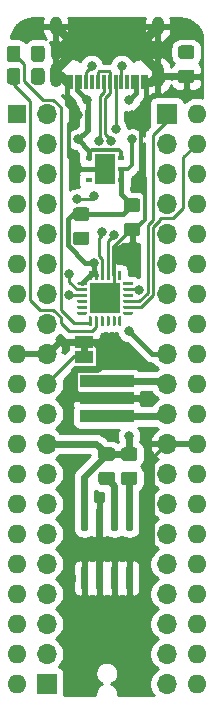
<source format=gbr>
%TF.GenerationSoftware,KiCad,Pcbnew,(5.1.9)-1*%
%TF.CreationDate,2021-04-12T21:57:58+01:00*%
%TF.ProjectId,Propeller_dev_board,50726f70-656c-46c6-9572-5f6465765f62,rev?*%
%TF.SameCoordinates,Original*%
%TF.FileFunction,Copper,L1,Top*%
%TF.FilePolarity,Positive*%
%FSLAX46Y46*%
G04 Gerber Fmt 4.6, Leading zero omitted, Abs format (unit mm)*
G04 Created by KiCad (PCBNEW (5.1.9)-1) date 2021-04-12 21:57:58*
%MOMM*%
%LPD*%
G01*
G04 APERTURE LIST*
%TA.AperFunction,EtchedComponent*%
%ADD10C,0.100000*%
%TD*%
%TA.AperFunction,ComponentPad*%
%ADD11O,1.000000X2.100000*%
%TD*%
%TA.AperFunction,ComponentPad*%
%ADD12O,1.000000X1.600000*%
%TD*%
%TA.AperFunction,SMDPad,CuDef*%
%ADD13R,0.300000X1.150000*%
%TD*%
%TA.AperFunction,SMDPad,CuDef*%
%ADD14R,4.550000X1.000000*%
%TD*%
%TA.AperFunction,ComponentPad*%
%ADD15R,1.700000X1.700000*%
%TD*%
%TA.AperFunction,ComponentPad*%
%ADD16O,1.700000X1.700000*%
%TD*%
%TA.AperFunction,SMDPad,CuDef*%
%ADD17R,1.500000X1.000000*%
%TD*%
%TA.AperFunction,SMDPad,CuDef*%
%ADD18R,2.600000X2.600000*%
%TD*%
%TA.AperFunction,ComponentPad*%
%ADD19R,1.600000X1.600000*%
%TD*%
%TA.AperFunction,ComponentPad*%
%ADD20O,1.600000X1.600000*%
%TD*%
%TA.AperFunction,SMDPad,CuDef*%
%ADD21R,0.630000X0.450000*%
%TD*%
%TA.AperFunction,SMDPad,CuDef*%
%ADD22R,1.700000X2.600000*%
%TD*%
%TA.AperFunction,ViaPad*%
%ADD23C,0.800000*%
%TD*%
%TA.AperFunction,Conductor*%
%ADD24C,0.400000*%
%TD*%
%TA.AperFunction,Conductor*%
%ADD25C,0.300000*%
%TD*%
%TA.AperFunction,Conductor*%
%ADD26C,0.750000*%
%TD*%
%TA.AperFunction,Conductor*%
%ADD27C,0.600000*%
%TD*%
%TA.AperFunction,Conductor*%
%ADD28C,0.250000*%
%TD*%
%TA.AperFunction,Conductor*%
%ADD29C,0.254000*%
%TD*%
%TA.AperFunction,Conductor*%
%ADD30C,0.100000*%
%TD*%
G04 APERTURE END LIST*
D10*
%TO.C,JP1*%
G36*
X120315000Y-116209000D02*
G01*
X120315000Y-116709000D01*
X119715000Y-116709000D01*
X119715000Y-116209000D01*
X120315000Y-116209000D01*
G37*
%TD*%
%TO.P,PWR_LED,2*%
%TO.N,Net-(D1-Pad2)*%
%TA.AperFunction,SMDPad,CuDef*%
G36*
G01*
X129101001Y-91879000D02*
X128200999Y-91879000D01*
G75*
G02*
X127951000Y-91629001I0J249999D01*
G01*
X127951000Y-90978999D01*
G75*
G02*
X128200999Y-90729000I249999J0D01*
G01*
X129101001Y-90729000D01*
G75*
G02*
X129351000Y-90978999I0J-249999D01*
G01*
X129351000Y-91629001D01*
G75*
G02*
X129101001Y-91879000I-249999J0D01*
G01*
G37*
%TD.AperFunction*%
%TO.P,PWR_LED,1*%
%TO.N,GND*%
%TA.AperFunction,SMDPad,CuDef*%
G36*
G01*
X129101450Y-93929000D02*
X128200550Y-93929000D01*
G75*
G02*
X127951000Y-93679450I0J249550D01*
G01*
X127951000Y-93028550D01*
G75*
G02*
X128200550Y-92779000I249550J0D01*
G01*
X129101450Y-92779000D01*
G75*
G02*
X129351000Y-93028550I0J-249550D01*
G01*
X129351000Y-93679450D01*
G75*
G02*
X129101450Y-93929000I-249550J0D01*
G01*
G37*
%TD.AperFunction*%
%TD*%
%TO.P,SCL_PU,2*%
%TO.N,+3V3*%
%TA.AperFunction,SMDPad,CuDef*%
G36*
G01*
X122370001Y-125915000D02*
X121469999Y-125915000D01*
G75*
G02*
X121220000Y-125665001I0J249999D01*
G01*
X121220000Y-125014999D01*
G75*
G02*
X121469999Y-124765000I249999J0D01*
G01*
X122370001Y-124765000D01*
G75*
G02*
X122620000Y-125014999I0J-249999D01*
G01*
X122620000Y-125665001D01*
G75*
G02*
X122370001Y-125915000I-249999J0D01*
G01*
G37*
%TD.AperFunction*%
%TO.P,SCL_PU,1*%
%TO.N,SCL*%
%TA.AperFunction,SMDPad,CuDef*%
G36*
G01*
X122370001Y-127965000D02*
X121469999Y-127965000D01*
G75*
G02*
X121220000Y-127715001I0J249999D01*
G01*
X121220000Y-127064999D01*
G75*
G02*
X121469999Y-126815000I249999J0D01*
G01*
X122370001Y-126815000D01*
G75*
G02*
X122620000Y-127064999I0J-249999D01*
G01*
X122620000Y-127715001D01*
G75*
G02*
X122370001Y-127965000I-249999J0D01*
G01*
G37*
%TD.AperFunction*%
%TD*%
%TO.P,SDA_PU,1*%
%TO.N,SDA*%
%TA.AperFunction,SMDPad,CuDef*%
G36*
G01*
X124275001Y-127965000D02*
X123374999Y-127965000D01*
G75*
G02*
X123125000Y-127715001I0J249999D01*
G01*
X123125000Y-127064999D01*
G75*
G02*
X123374999Y-126815000I249999J0D01*
G01*
X124275001Y-126815000D01*
G75*
G02*
X124525000Y-127064999I0J-249999D01*
G01*
X124525000Y-127715001D01*
G75*
G02*
X124275001Y-127965000I-249999J0D01*
G01*
G37*
%TD.AperFunction*%
%TO.P,SDA_PU,2*%
%TO.N,+3V3*%
%TA.AperFunction,SMDPad,CuDef*%
G36*
G01*
X124275001Y-125915000D02*
X123374999Y-125915000D01*
G75*
G02*
X123125000Y-125665001I0J249999D01*
G01*
X123125000Y-125014999D01*
G75*
G02*
X123374999Y-124765000I249999J0D01*
G01*
X124275001Y-124765000D01*
G75*
G02*
X124525000Y-125014999I0J-249999D01*
G01*
X124525000Y-125665001D01*
G75*
G02*
X124275001Y-125915000I-249999J0D01*
G01*
G37*
%TD.AperFunction*%
%TD*%
D11*
%TO.P,P1,S1*%
%TO.N,GND*%
X126240000Y-93275000D03*
X117600000Y-93275000D03*
D12*
X126240000Y-89095000D03*
X117600000Y-89095000D03*
D13*
%TO.P,P1,B1*%
X118870000Y-93840000D03*
%TO.P,P1,B4*%
%TO.N,+5V*%
X119670000Y-93840000D03*
%TO.P,P1,B5*%
%TO.N,Net-(P1-PadB5)*%
X120170000Y-93840000D03*
%TO.P,P1,A8*%
%TO.N,N/C*%
X120670000Y-93840000D03*
%TO.P,P1,B6*%
%TO.N,D+*%
X121170000Y-93840000D03*
%TO.P,P1,A7*%
%TO.N,D-*%
X121670000Y-93840000D03*
%TO.P,P1,A6*%
%TO.N,D+*%
X122170000Y-93840000D03*
%TO.P,P1,B7*%
%TO.N,D-*%
X122670000Y-93840000D03*
%TO.P,P1,A5*%
%TO.N,Net-(P1-PadA5)*%
X123170000Y-93840000D03*
%TO.P,P1,B8*%
%TO.N,N/C*%
X123670000Y-93840000D03*
%TO.P,P1,A4*%
%TO.N,+5V*%
X124470000Y-93840000D03*
%TO.P,P1,A1*%
%TO.N,GND*%
X125270000Y-93840000D03*
%TO.P,P1,B12*%
X124970000Y-93840000D03*
%TO.P,P1,B9*%
%TO.N,+5V*%
X124170000Y-93840000D03*
%TO.P,P1,A9*%
X119370000Y-93840000D03*
%TO.P,P1,A12*%
%TO.N,GND*%
X118570000Y-93840000D03*
%TD*%
%TO.P,Tx_LED,2*%
%TO.N,Net-(T_LED1-Pad2)*%
%TA.AperFunction,SMDPad,CuDef*%
G36*
G01*
X115512000Y-93795001D02*
X115512000Y-92894999D01*
G75*
G02*
X115761999Y-92645000I249999J0D01*
G01*
X116412001Y-92645000D01*
G75*
G02*
X116662000Y-92894999I0J-249999D01*
G01*
X116662000Y-93795001D01*
G75*
G02*
X116412001Y-94045000I-249999J0D01*
G01*
X115761999Y-94045000D01*
G75*
G02*
X115512000Y-93795001I0J249999D01*
G01*
G37*
%TD.AperFunction*%
%TO.P,Tx_LED,1*%
%TO.N,Net-(T_LED1-Pad1)*%
%TA.AperFunction,SMDPad,CuDef*%
G36*
G01*
X113462000Y-93795001D02*
X113462000Y-92894999D01*
G75*
G02*
X113711999Y-92645000I249999J0D01*
G01*
X114362001Y-92645000D01*
G75*
G02*
X114612000Y-92894999I0J-249999D01*
G01*
X114612000Y-93795001D01*
G75*
G02*
X114362001Y-94045000I-249999J0D01*
G01*
X113711999Y-94045000D01*
G75*
G02*
X113462000Y-93795001I0J249999D01*
G01*
G37*
%TD.AperFunction*%
%TD*%
%TO.P,Rx_LED,1*%
%TO.N,Net-(R_LED1-Pad1)*%
%TA.AperFunction,SMDPad,CuDef*%
G36*
G01*
X113462000Y-91890001D02*
X113462000Y-90989999D01*
G75*
G02*
X113711999Y-90740000I249999J0D01*
G01*
X114362001Y-90740000D01*
G75*
G02*
X114612000Y-90989999I0J-249999D01*
G01*
X114612000Y-91890001D01*
G75*
G02*
X114362001Y-92140000I-249999J0D01*
G01*
X113711999Y-92140000D01*
G75*
G02*
X113462000Y-91890001I0J249999D01*
G01*
G37*
%TD.AperFunction*%
%TO.P,Rx_LED,2*%
%TO.N,Net-(R_LED1-Pad2)*%
%TA.AperFunction,SMDPad,CuDef*%
G36*
G01*
X115512000Y-91890001D02*
X115512000Y-90989999D01*
G75*
G02*
X115761999Y-90740000I249999J0D01*
G01*
X116412001Y-90740000D01*
G75*
G02*
X116662000Y-90989999I0J-249999D01*
G01*
X116662000Y-91890001D01*
G75*
G02*
X116412001Y-92140000I-249999J0D01*
G01*
X115761999Y-92140000D01*
G75*
G02*
X115512000Y-91890001I0J249999D01*
G01*
G37*
%TD.AperFunction*%
%TD*%
%TO.P,4.7uF,2*%
%TO.N,+3V3*%
%TA.AperFunction,SMDPad,CuDef*%
G36*
G01*
X124529001Y-104833000D02*
X123628999Y-104833000D01*
G75*
G02*
X123379000Y-104583001I0J249999D01*
G01*
X123379000Y-103932999D01*
G75*
G02*
X123628999Y-103683000I249999J0D01*
G01*
X124529001Y-103683000D01*
G75*
G02*
X124779000Y-103932999I0J-249999D01*
G01*
X124779000Y-104583001D01*
G75*
G02*
X124529001Y-104833000I-249999J0D01*
G01*
G37*
%TD.AperFunction*%
%TO.P,4.7uF,1*%
%TO.N,GND*%
%TA.AperFunction,SMDPad,CuDef*%
G36*
G01*
X124529001Y-106883000D02*
X123628999Y-106883000D01*
G75*
G02*
X123379000Y-106633001I0J249999D01*
G01*
X123379000Y-105982999D01*
G75*
G02*
X123628999Y-105733000I249999J0D01*
G01*
X124529001Y-105733000D01*
G75*
G02*
X124779000Y-105982999I0J-249999D01*
G01*
X124779000Y-106633001D01*
G75*
G02*
X124529001Y-106883000I-249999J0D01*
G01*
G37*
%TD.AperFunction*%
%TD*%
%TO.P,RSTb_PU1,2*%
%TO.N,Net-(RSTb_PU1-Pad2)*%
%TA.AperFunction,SMDPad,CuDef*%
G36*
G01*
X119310999Y-106495000D02*
X120211001Y-106495000D01*
G75*
G02*
X120461000Y-106744999I0J-249999D01*
G01*
X120461000Y-107395001D01*
G75*
G02*
X120211001Y-107645000I-249999J0D01*
G01*
X119310999Y-107645000D01*
G75*
G02*
X119061000Y-107395001I0J249999D01*
G01*
X119061000Y-106744999D01*
G75*
G02*
X119310999Y-106495000I249999J0D01*
G01*
G37*
%TD.AperFunction*%
%TO.P,RSTb_PU1,1*%
%TO.N,+3V3*%
%TA.AperFunction,SMDPad,CuDef*%
G36*
G01*
X119310999Y-104445000D02*
X120211001Y-104445000D01*
G75*
G02*
X120461000Y-104694999I0J-249999D01*
G01*
X120461000Y-105345001D01*
G75*
G02*
X120211001Y-105595000I-249999J0D01*
G01*
X119310999Y-105595000D01*
G75*
G02*
X119061000Y-105345001I0J249999D01*
G01*
X119061000Y-104694999D01*
G75*
G02*
X119310999Y-104445000I249999J0D01*
G01*
G37*
%TD.AperFunction*%
%TD*%
D14*
%TO.P,5MHz,3*%
%TO.N,GND*%
X121920000Y-120626000D03*
%TO.P,5MHz,2*%
%TO.N,XI*%
X121920000Y-122150000D03*
%TO.P,5MHz,1*%
%TO.N,XO*%
X121920000Y-119150000D03*
%TD*%
D15*
%TO.P,J1,1*%
%TO.N,P15*%
X116840000Y-144780000D03*
D16*
%TO.P,J1,2*%
%TO.N,P14*%
X116840000Y-142240000D03*
%TO.P,J1,3*%
%TO.N,P13*%
X116840000Y-139700000D03*
%TO.P,J1,4*%
%TO.N,P12*%
X116840000Y-137160000D03*
%TO.P,J1,5*%
%TO.N,P11*%
X116840000Y-134620000D03*
%TO.P,J1,6*%
%TO.N,P10*%
X116840000Y-132080000D03*
%TO.P,J1,7*%
%TO.N,P9*%
X116840000Y-129540000D03*
%TO.P,J1,8*%
%TO.N,P8*%
X116840000Y-127000000D03*
%TO.P,J1,9*%
%TO.N,+3V3*%
X116840000Y-124460000D03*
%TO.P,J1,10*%
%TO.N,uC_Reset*%
X116840000Y-121920000D03*
%TO.P,J1,11*%
%TO.N,BOE*%
X116840000Y-119380000D03*
%TO.P,J1,12*%
%TO.N,GND*%
X116840000Y-116840000D03*
%TO.P,J1,13*%
%TO.N,P7*%
X116840000Y-114300000D03*
%TO.P,J1,14*%
%TO.N,P6*%
X116840000Y-111760000D03*
%TO.P,J1,15*%
%TO.N,P5*%
X116840000Y-109220000D03*
%TO.P,J1,16*%
%TO.N,P4*%
X116840000Y-106680000D03*
%TO.P,J1,17*%
%TO.N,P3*%
X116840000Y-104140000D03*
%TO.P,J1,18*%
%TO.N,P2*%
X116840000Y-101600000D03*
%TO.P,J1,19*%
%TO.N,P1*%
X116840000Y-99060000D03*
%TO.P,J1,20*%
%TO.N,P0*%
X116840000Y-96520000D03*
%TD*%
%TO.P,J2,20*%
%TO.N,P16*%
X127000000Y-144780000D03*
%TO.P,J2,19*%
%TO.N,P17*%
X127000000Y-142240000D03*
%TO.P,J2,18*%
%TO.N,P18*%
X127000000Y-139700000D03*
%TO.P,J2,17*%
%TO.N,P19*%
X127000000Y-137160000D03*
%TO.P,J2,16*%
%TO.N,P20*%
X127000000Y-134620000D03*
%TO.P,J2,15*%
%TO.N,P21*%
X127000000Y-132080000D03*
%TO.P,J2,14*%
%TO.N,P22*%
X127000000Y-129540000D03*
%TO.P,J2,13*%
%TO.N,P23*%
X127000000Y-127000000D03*
%TO.P,J2,12*%
%TO.N,GND*%
X127000000Y-124460000D03*
%TO.P,J2,11*%
%TO.N,XI*%
X127000000Y-121920000D03*
%TO.P,J2,10*%
%TO.N,XO*%
X127000000Y-119380000D03*
%TO.P,J2,9*%
%TO.N,+3V3*%
X127000000Y-116840000D03*
%TO.P,J2,8*%
%TO.N,P24*%
X127000000Y-114300000D03*
%TO.P,J2,7*%
%TO.N,P25*%
X127000000Y-111760000D03*
%TO.P,J2,6*%
%TO.N,P26*%
X127000000Y-109220000D03*
%TO.P,J2,5*%
%TO.N,P27*%
X127000000Y-106680000D03*
%TO.P,J2,4*%
%TO.N,SCL*%
X127000000Y-104140000D03*
%TO.P,J2,3*%
%TO.N,SDA*%
X127000000Y-101600000D03*
%TO.P,J2,2*%
%TO.N,uC_Tx*%
X127000000Y-99060000D03*
D15*
%TO.P,J2,1*%
%TO.N,uC_Rx*%
X127000000Y-96520000D03*
%TD*%
D17*
%TO.P,JP1,1*%
%TO.N,GND*%
X120015000Y-115809000D03*
%TO.P,JP1,2*%
%TO.N,BOE*%
X120015000Y-117109000D03*
%TD*%
%TO.P,cp2102n,1*%
%TO.N,Net-(U1-Pad1)*%
%TA.AperFunction,SMDPad,CuDef*%
G36*
G01*
X122980500Y-109791000D02*
X123105500Y-109791000D01*
G75*
G02*
X123168000Y-109853500I0J-62500D01*
G01*
X123168000Y-110553500D01*
G75*
G02*
X123105500Y-110616000I-62500J0D01*
G01*
X122980500Y-110616000D01*
G75*
G02*
X122918000Y-110553500I0J62500D01*
G01*
X122918000Y-109853500D01*
G75*
G02*
X122980500Y-109791000I62500J0D01*
G01*
G37*
%TD.AperFunction*%
%TO.P,cp2102n,2*%
%TO.N,GND*%
%TA.AperFunction,SMDPad,CuDef*%
G36*
G01*
X122480500Y-109791000D02*
X122605500Y-109791000D01*
G75*
G02*
X122668000Y-109853500I0J-62500D01*
G01*
X122668000Y-110553500D01*
G75*
G02*
X122605500Y-110616000I-62500J0D01*
G01*
X122480500Y-110616000D01*
G75*
G02*
X122418000Y-110553500I0J62500D01*
G01*
X122418000Y-109853500D01*
G75*
G02*
X122480500Y-109791000I62500J0D01*
G01*
G37*
%TD.AperFunction*%
%TO.P,cp2102n,3*%
%TO.N,D+*%
%TA.AperFunction,SMDPad,CuDef*%
G36*
G01*
X121980500Y-109791000D02*
X122105500Y-109791000D01*
G75*
G02*
X122168000Y-109853500I0J-62500D01*
G01*
X122168000Y-110553500D01*
G75*
G02*
X122105500Y-110616000I-62500J0D01*
G01*
X121980500Y-110616000D01*
G75*
G02*
X121918000Y-110553500I0J62500D01*
G01*
X121918000Y-109853500D01*
G75*
G02*
X121980500Y-109791000I62500J0D01*
G01*
G37*
%TD.AperFunction*%
%TO.P,cp2102n,4*%
%TO.N,D-*%
%TA.AperFunction,SMDPad,CuDef*%
G36*
G01*
X121480500Y-109791000D02*
X121605500Y-109791000D01*
G75*
G02*
X121668000Y-109853500I0J-62500D01*
G01*
X121668000Y-110553500D01*
G75*
G02*
X121605500Y-110616000I-62500J0D01*
G01*
X121480500Y-110616000D01*
G75*
G02*
X121418000Y-110553500I0J62500D01*
G01*
X121418000Y-109853500D01*
G75*
G02*
X121480500Y-109791000I62500J0D01*
G01*
G37*
%TD.AperFunction*%
%TO.P,cp2102n,5*%
%TO.N,+3V3*%
%TA.AperFunction,SMDPad,CuDef*%
G36*
G01*
X120980500Y-109791000D02*
X121105500Y-109791000D01*
G75*
G02*
X121168000Y-109853500I0J-62500D01*
G01*
X121168000Y-110553500D01*
G75*
G02*
X121105500Y-110616000I-62500J0D01*
G01*
X120980500Y-110616000D01*
G75*
G02*
X120918000Y-110553500I0J62500D01*
G01*
X120918000Y-109853500D01*
G75*
G02*
X120980500Y-109791000I62500J0D01*
G01*
G37*
%TD.AperFunction*%
%TO.P,cp2102n,6*%
%TA.AperFunction,SMDPad,CuDef*%
G36*
G01*
X120480500Y-109791000D02*
X120605500Y-109791000D01*
G75*
G02*
X120668000Y-109853500I0J-62500D01*
G01*
X120668000Y-110553500D01*
G75*
G02*
X120605500Y-110616000I-62500J0D01*
G01*
X120480500Y-110616000D01*
G75*
G02*
X120418000Y-110553500I0J62500D01*
G01*
X120418000Y-109853500D01*
G75*
G02*
X120480500Y-109791000I62500J0D01*
G01*
G37*
%TD.AperFunction*%
%TO.P,cp2102n,7*%
%TA.AperFunction,SMDPad,CuDef*%
G36*
G01*
X119505500Y-110766000D02*
X120205500Y-110766000D01*
G75*
G02*
X120268000Y-110828500I0J-62500D01*
G01*
X120268000Y-110953500D01*
G75*
G02*
X120205500Y-111016000I-62500J0D01*
G01*
X119505500Y-111016000D01*
G75*
G02*
X119443000Y-110953500I0J62500D01*
G01*
X119443000Y-110828500D01*
G75*
G02*
X119505500Y-110766000I62500J0D01*
G01*
G37*
%TD.AperFunction*%
%TO.P,cp2102n,8*%
%TO.N,Net-(U1-Pad8)*%
%TA.AperFunction,SMDPad,CuDef*%
G36*
G01*
X119505500Y-111266000D02*
X120205500Y-111266000D01*
G75*
G02*
X120268000Y-111328500I0J-62500D01*
G01*
X120268000Y-111453500D01*
G75*
G02*
X120205500Y-111516000I-62500J0D01*
G01*
X119505500Y-111516000D01*
G75*
G02*
X119443000Y-111453500I0J62500D01*
G01*
X119443000Y-111328500D01*
G75*
G02*
X119505500Y-111266000I62500J0D01*
G01*
G37*
%TD.AperFunction*%
%TO.P,cp2102n,9*%
%TO.N,Net-(RSTb_PU1-Pad2)*%
%TA.AperFunction,SMDPad,CuDef*%
G36*
G01*
X119505500Y-111766000D02*
X120205500Y-111766000D01*
G75*
G02*
X120268000Y-111828500I0J-62500D01*
G01*
X120268000Y-111953500D01*
G75*
G02*
X120205500Y-112016000I-62500J0D01*
G01*
X119505500Y-112016000D01*
G75*
G02*
X119443000Y-111953500I0J62500D01*
G01*
X119443000Y-111828500D01*
G75*
G02*
X119505500Y-111766000I62500J0D01*
G01*
G37*
%TD.AperFunction*%
%TO.P,cp2102n,10*%
%TO.N,Net-(U1-Pad10)*%
%TA.AperFunction,SMDPad,CuDef*%
G36*
G01*
X119505500Y-112266000D02*
X120205500Y-112266000D01*
G75*
G02*
X120268000Y-112328500I0J-62500D01*
G01*
X120268000Y-112453500D01*
G75*
G02*
X120205500Y-112516000I-62500J0D01*
G01*
X119505500Y-112516000D01*
G75*
G02*
X119443000Y-112453500I0J62500D01*
G01*
X119443000Y-112328500D01*
G75*
G02*
X119505500Y-112266000I62500J0D01*
G01*
G37*
%TD.AperFunction*%
%TO.P,cp2102n,11*%
%TO.N,Net-(U1-Pad11)*%
%TA.AperFunction,SMDPad,CuDef*%
G36*
G01*
X119505500Y-112766000D02*
X120205500Y-112766000D01*
G75*
G02*
X120268000Y-112828500I0J-62500D01*
G01*
X120268000Y-112953500D01*
G75*
G02*
X120205500Y-113016000I-62500J0D01*
G01*
X119505500Y-113016000D01*
G75*
G02*
X119443000Y-112953500I0J62500D01*
G01*
X119443000Y-112828500D01*
G75*
G02*
X119505500Y-112766000I62500J0D01*
G01*
G37*
%TD.AperFunction*%
%TO.P,cp2102n,12*%
%TO.N,Net-(U1-Pad12)*%
%TA.AperFunction,SMDPad,CuDef*%
G36*
G01*
X119505500Y-113266000D02*
X120205500Y-113266000D01*
G75*
G02*
X120268000Y-113328500I0J-62500D01*
G01*
X120268000Y-113453500D01*
G75*
G02*
X120205500Y-113516000I-62500J0D01*
G01*
X119505500Y-113516000D01*
G75*
G02*
X119443000Y-113453500I0J62500D01*
G01*
X119443000Y-113328500D01*
G75*
G02*
X119505500Y-113266000I62500J0D01*
G01*
G37*
%TD.AperFunction*%
%TO.P,cp2102n,13*%
%TO.N,Net-(R_LED1-Pad1)*%
%TA.AperFunction,SMDPad,CuDef*%
G36*
G01*
X120480500Y-113666000D02*
X120605500Y-113666000D01*
G75*
G02*
X120668000Y-113728500I0J-62500D01*
G01*
X120668000Y-114428500D01*
G75*
G02*
X120605500Y-114491000I-62500J0D01*
G01*
X120480500Y-114491000D01*
G75*
G02*
X120418000Y-114428500I0J62500D01*
G01*
X120418000Y-113728500D01*
G75*
G02*
X120480500Y-113666000I62500J0D01*
G01*
G37*
%TD.AperFunction*%
%TO.P,cp2102n,14*%
%TO.N,Net-(T_LED1-Pad1)*%
%TA.AperFunction,SMDPad,CuDef*%
G36*
G01*
X120980500Y-113666000D02*
X121105500Y-113666000D01*
G75*
G02*
X121168000Y-113728500I0J-62500D01*
G01*
X121168000Y-114428500D01*
G75*
G02*
X121105500Y-114491000I-62500J0D01*
G01*
X120980500Y-114491000D01*
G75*
G02*
X120918000Y-114428500I0J62500D01*
G01*
X120918000Y-113728500D01*
G75*
G02*
X120980500Y-113666000I62500J0D01*
G01*
G37*
%TD.AperFunction*%
%TO.P,cp2102n,15*%
%TO.N,Net-(U1-Pad15)*%
%TA.AperFunction,SMDPad,CuDef*%
G36*
G01*
X121480500Y-113666000D02*
X121605500Y-113666000D01*
G75*
G02*
X121668000Y-113728500I0J-62500D01*
G01*
X121668000Y-114428500D01*
G75*
G02*
X121605500Y-114491000I-62500J0D01*
G01*
X121480500Y-114491000D01*
G75*
G02*
X121418000Y-114428500I0J62500D01*
G01*
X121418000Y-113728500D01*
G75*
G02*
X121480500Y-113666000I62500J0D01*
G01*
G37*
%TD.AperFunction*%
%TO.P,cp2102n,16*%
%TO.N,Net-(U1-Pad16)*%
%TA.AperFunction,SMDPad,CuDef*%
G36*
G01*
X121980500Y-113666000D02*
X122105500Y-113666000D01*
G75*
G02*
X122168000Y-113728500I0J-62500D01*
G01*
X122168000Y-114428500D01*
G75*
G02*
X122105500Y-114491000I-62500J0D01*
G01*
X121980500Y-114491000D01*
G75*
G02*
X121918000Y-114428500I0J62500D01*
G01*
X121918000Y-113728500D01*
G75*
G02*
X121980500Y-113666000I62500J0D01*
G01*
G37*
%TD.AperFunction*%
%TO.P,cp2102n,17*%
%TO.N,Net-(U1-Pad17)*%
%TA.AperFunction,SMDPad,CuDef*%
G36*
G01*
X122480500Y-113666000D02*
X122605500Y-113666000D01*
G75*
G02*
X122668000Y-113728500I0J-62500D01*
G01*
X122668000Y-114428500D01*
G75*
G02*
X122605500Y-114491000I-62500J0D01*
G01*
X122480500Y-114491000D01*
G75*
G02*
X122418000Y-114428500I0J62500D01*
G01*
X122418000Y-113728500D01*
G75*
G02*
X122480500Y-113666000I62500J0D01*
G01*
G37*
%TD.AperFunction*%
%TO.P,cp2102n,18*%
%TO.N,Net-(U1-Pad18)*%
%TA.AperFunction,SMDPad,CuDef*%
G36*
G01*
X122980500Y-113666000D02*
X123105500Y-113666000D01*
G75*
G02*
X123168000Y-113728500I0J-62500D01*
G01*
X123168000Y-114428500D01*
G75*
G02*
X123105500Y-114491000I-62500J0D01*
G01*
X122980500Y-114491000D01*
G75*
G02*
X122918000Y-114428500I0J62500D01*
G01*
X122918000Y-113728500D01*
G75*
G02*
X122980500Y-113666000I62500J0D01*
G01*
G37*
%TD.AperFunction*%
%TO.P,cp2102n,19*%
%TO.N,Net-(U1-Pad19)*%
%TA.AperFunction,SMDPad,CuDef*%
G36*
G01*
X123380500Y-113266000D02*
X124080500Y-113266000D01*
G75*
G02*
X124143000Y-113328500I0J-62500D01*
G01*
X124143000Y-113453500D01*
G75*
G02*
X124080500Y-113516000I-62500J0D01*
G01*
X123380500Y-113516000D01*
G75*
G02*
X123318000Y-113453500I0J62500D01*
G01*
X123318000Y-113328500D01*
G75*
G02*
X123380500Y-113266000I62500J0D01*
G01*
G37*
%TD.AperFunction*%
%TO.P,cp2102n,20*%
%TO.N,uC_Tx*%
%TA.AperFunction,SMDPad,CuDef*%
G36*
G01*
X123380500Y-112766000D02*
X124080500Y-112766000D01*
G75*
G02*
X124143000Y-112828500I0J-62500D01*
G01*
X124143000Y-112953500D01*
G75*
G02*
X124080500Y-113016000I-62500J0D01*
G01*
X123380500Y-113016000D01*
G75*
G02*
X123318000Y-112953500I0J62500D01*
G01*
X123318000Y-112828500D01*
G75*
G02*
X123380500Y-112766000I62500J0D01*
G01*
G37*
%TD.AperFunction*%
%TO.P,cp2102n,21*%
%TO.N,uC_Rx*%
%TA.AperFunction,SMDPad,CuDef*%
G36*
G01*
X123380500Y-112266000D02*
X124080500Y-112266000D01*
G75*
G02*
X124143000Y-112328500I0J-62500D01*
G01*
X124143000Y-112453500D01*
G75*
G02*
X124080500Y-112516000I-62500J0D01*
G01*
X123380500Y-112516000D01*
G75*
G02*
X123318000Y-112453500I0J62500D01*
G01*
X123318000Y-112328500D01*
G75*
G02*
X123380500Y-112266000I62500J0D01*
G01*
G37*
%TD.AperFunction*%
%TO.P,cp2102n,22*%
%TO.N,Net-(U1-Pad22)*%
%TA.AperFunction,SMDPad,CuDef*%
G36*
G01*
X123380500Y-111766000D02*
X124080500Y-111766000D01*
G75*
G02*
X124143000Y-111828500I0J-62500D01*
G01*
X124143000Y-111953500D01*
G75*
G02*
X124080500Y-112016000I-62500J0D01*
G01*
X123380500Y-112016000D01*
G75*
G02*
X123318000Y-111953500I0J62500D01*
G01*
X123318000Y-111828500D01*
G75*
G02*
X123380500Y-111766000I62500J0D01*
G01*
G37*
%TD.AperFunction*%
%TO.P,cp2102n,23*%
%TO.N,Net-(RST1-Pad1)*%
%TA.AperFunction,SMDPad,CuDef*%
G36*
G01*
X123380500Y-111266000D02*
X124080500Y-111266000D01*
G75*
G02*
X124143000Y-111328500I0J-62500D01*
G01*
X124143000Y-111453500D01*
G75*
G02*
X124080500Y-111516000I-62500J0D01*
G01*
X123380500Y-111516000D01*
G75*
G02*
X123318000Y-111453500I0J62500D01*
G01*
X123318000Y-111328500D01*
G75*
G02*
X123380500Y-111266000I62500J0D01*
G01*
G37*
%TD.AperFunction*%
%TO.P,cp2102n,24*%
%TO.N,Net-(U1-Pad24)*%
%TA.AperFunction,SMDPad,CuDef*%
G36*
G01*
X123380500Y-110766000D02*
X124080500Y-110766000D01*
G75*
G02*
X124143000Y-110828500I0J-62500D01*
G01*
X124143000Y-110953500D01*
G75*
G02*
X124080500Y-111016000I-62500J0D01*
G01*
X123380500Y-111016000D01*
G75*
G02*
X123318000Y-110953500I0J62500D01*
G01*
X123318000Y-110828500D01*
G75*
G02*
X123380500Y-110766000I62500J0D01*
G01*
G37*
%TD.AperFunction*%
D18*
%TO.P,cp2102n,25*%
%TO.N,GND*%
X121793000Y-112141000D03*
%TD*%
D19*
%TO.P,U3,1*%
%TO.N,P0*%
X114300000Y-96520000D03*
D20*
%TO.P,U3,21*%
%TO.N,P16*%
X129540000Y-144780000D03*
%TO.P,U3,2*%
%TO.N,P1*%
X114300000Y-99060000D03*
%TO.P,U3,22*%
%TO.N,P17*%
X129540000Y-142240000D03*
%TO.P,U3,3*%
%TO.N,P2*%
X114300000Y-101600000D03*
%TO.P,U3,23*%
%TO.N,P18*%
X129540000Y-139700000D03*
%TO.P,U3,4*%
%TO.N,P3*%
X114300000Y-104140000D03*
%TO.P,U3,24*%
%TO.N,P19*%
X129540000Y-137160000D03*
%TO.P,U3,5*%
%TO.N,P4*%
X114300000Y-106680000D03*
%TO.P,U3,25*%
%TO.N,P20*%
X129540000Y-134620000D03*
%TO.P,U3,6*%
%TO.N,P5*%
X114300000Y-109220000D03*
%TO.P,U3,26*%
%TO.N,P21*%
X129540000Y-132080000D03*
%TO.P,U3,7*%
%TO.N,P6*%
X114300000Y-111760000D03*
%TO.P,U3,27*%
%TO.N,P22*%
X129540000Y-129540000D03*
%TO.P,U3,8*%
%TO.N,P7*%
X114300000Y-114300000D03*
%TO.P,U3,28*%
%TO.N,P23*%
X129540000Y-127000000D03*
%TO.P,U3,9*%
%TO.N,GND*%
X114300000Y-116840000D03*
%TO.P,U3,29*%
X129540000Y-124460000D03*
%TO.P,U3,10*%
%TO.N,BOE*%
X114300000Y-119380000D03*
%TO.P,U3,30*%
%TO.N,XI*%
X129540000Y-121920000D03*
%TO.P,U3,11*%
%TO.N,uC_Reset*%
X114300000Y-121920000D03*
%TO.P,U3,31*%
%TO.N,XO*%
X129540000Y-119380000D03*
%TO.P,U3,12*%
%TO.N,+3V3*%
X114300000Y-124460000D03*
%TO.P,U3,32*%
X129540000Y-116840000D03*
%TO.P,U3,13*%
%TO.N,P8*%
X114300000Y-127000000D03*
%TO.P,U3,33*%
%TO.N,P24*%
X129540000Y-114300000D03*
%TO.P,U3,14*%
%TO.N,P9*%
X114300000Y-129540000D03*
%TO.P,U3,34*%
%TO.N,P25*%
X129540000Y-111760000D03*
%TO.P,U3,15*%
%TO.N,P10*%
X114300000Y-132080000D03*
%TO.P,U3,35*%
%TO.N,P26*%
X129540000Y-109220000D03*
%TO.P,U3,16*%
%TO.N,P11*%
X114300000Y-134620000D03*
%TO.P,U3,36*%
%TO.N,P27*%
X129540000Y-106680000D03*
%TO.P,U3,17*%
%TO.N,P12*%
X114300000Y-137160000D03*
%TO.P,U3,37*%
%TO.N,SCL*%
X129540000Y-104140000D03*
%TO.P,U3,18*%
%TO.N,P13*%
X114300000Y-139700000D03*
%TO.P,U3,38*%
%TO.N,SDA*%
X129540000Y-101600000D03*
%TO.P,U3,19*%
%TO.N,P14*%
X114300000Y-142240000D03*
%TO.P,U3,39*%
%TO.N,uC_Tx*%
X129540000Y-99060000D03*
%TO.P,U3,20*%
%TO.N,P15*%
X114300000Y-144780000D03*
%TO.P,U3,40*%
%TO.N,uC_Rx*%
X129540000Y-96520000D03*
%TD*%
%TO.P,EEPROM,1*%
%TO.N,GND*%
%TA.AperFunction,SMDPad,CuDef*%
G36*
G01*
X120165000Y-136800000D02*
X119865000Y-136800000D01*
G75*
G02*
X119715000Y-136650000I0J150000D01*
G01*
X119715000Y-135000000D01*
G75*
G02*
X119865000Y-134850000I150000J0D01*
G01*
X120165000Y-134850000D01*
G75*
G02*
X120315000Y-135000000I0J-150000D01*
G01*
X120315000Y-136650000D01*
G75*
G02*
X120165000Y-136800000I-150000J0D01*
G01*
G37*
%TD.AperFunction*%
%TO.P,EEPROM,2*%
%TA.AperFunction,SMDPad,CuDef*%
G36*
G01*
X121435000Y-136800000D02*
X121135000Y-136800000D01*
G75*
G02*
X120985000Y-136650000I0J150000D01*
G01*
X120985000Y-135000000D01*
G75*
G02*
X121135000Y-134850000I150000J0D01*
G01*
X121435000Y-134850000D01*
G75*
G02*
X121585000Y-135000000I0J-150000D01*
G01*
X121585000Y-136650000D01*
G75*
G02*
X121435000Y-136800000I-150000J0D01*
G01*
G37*
%TD.AperFunction*%
%TO.P,EEPROM,3*%
%TA.AperFunction,SMDPad,CuDef*%
G36*
G01*
X122705000Y-136800000D02*
X122405000Y-136800000D01*
G75*
G02*
X122255000Y-136650000I0J150000D01*
G01*
X122255000Y-135000000D01*
G75*
G02*
X122405000Y-134850000I150000J0D01*
G01*
X122705000Y-134850000D01*
G75*
G02*
X122855000Y-135000000I0J-150000D01*
G01*
X122855000Y-136650000D01*
G75*
G02*
X122705000Y-136800000I-150000J0D01*
G01*
G37*
%TD.AperFunction*%
%TO.P,EEPROM,4*%
%TA.AperFunction,SMDPad,CuDef*%
G36*
G01*
X123975000Y-136800000D02*
X123675000Y-136800000D01*
G75*
G02*
X123525000Y-136650000I0J150000D01*
G01*
X123525000Y-135000000D01*
G75*
G02*
X123675000Y-134850000I150000J0D01*
G01*
X123975000Y-134850000D01*
G75*
G02*
X124125000Y-135000000I0J-150000D01*
G01*
X124125000Y-136650000D01*
G75*
G02*
X123975000Y-136800000I-150000J0D01*
G01*
G37*
%TD.AperFunction*%
%TO.P,EEPROM,5*%
%TO.N,SDA*%
%TA.AperFunction,SMDPad,CuDef*%
G36*
G01*
X123975000Y-131850000D02*
X123675000Y-131850000D01*
G75*
G02*
X123525000Y-131700000I0J150000D01*
G01*
X123525000Y-130050000D01*
G75*
G02*
X123675000Y-129900000I150000J0D01*
G01*
X123975000Y-129900000D01*
G75*
G02*
X124125000Y-130050000I0J-150000D01*
G01*
X124125000Y-131700000D01*
G75*
G02*
X123975000Y-131850000I-150000J0D01*
G01*
G37*
%TD.AperFunction*%
%TO.P,EEPROM,6*%
%TO.N,SCL*%
%TA.AperFunction,SMDPad,CuDef*%
G36*
G01*
X122705000Y-131850000D02*
X122405000Y-131850000D01*
G75*
G02*
X122255000Y-131700000I0J150000D01*
G01*
X122255000Y-130050000D01*
G75*
G02*
X122405000Y-129900000I150000J0D01*
G01*
X122705000Y-129900000D01*
G75*
G02*
X122855000Y-130050000I0J-150000D01*
G01*
X122855000Y-131700000D01*
G75*
G02*
X122705000Y-131850000I-150000J0D01*
G01*
G37*
%TD.AperFunction*%
%TO.P,EEPROM,7*%
%TO.N,GND*%
%TA.AperFunction,SMDPad,CuDef*%
G36*
G01*
X121435000Y-131850000D02*
X121135000Y-131850000D01*
G75*
G02*
X120985000Y-131700000I0J150000D01*
G01*
X120985000Y-130050000D01*
G75*
G02*
X121135000Y-129900000I150000J0D01*
G01*
X121435000Y-129900000D01*
G75*
G02*
X121585000Y-130050000I0J-150000D01*
G01*
X121585000Y-131700000D01*
G75*
G02*
X121435000Y-131850000I-150000J0D01*
G01*
G37*
%TD.AperFunction*%
%TO.P,EEPROM,8*%
%TO.N,+3V3*%
%TA.AperFunction,SMDPad,CuDef*%
G36*
G01*
X120165000Y-131850000D02*
X119865000Y-131850000D01*
G75*
G02*
X119715000Y-131700000I0J150000D01*
G01*
X119715000Y-130050000D01*
G75*
G02*
X119865000Y-129900000I150000J0D01*
G01*
X120165000Y-129900000D01*
G75*
G02*
X120315000Y-130050000I0J-150000D01*
G01*
X120315000Y-131700000D01*
G75*
G02*
X120165000Y-131850000I-150000J0D01*
G01*
G37*
%TD.AperFunction*%
%TD*%
D21*
%TO.P,NCP708,1*%
%TO.N,+5V*%
X120453000Y-100269000D03*
%TO.P,NCP708,2*%
%TO.N,GND*%
X120453000Y-101219000D03*
%TO.P,NCP708,3*%
%TO.N,Net-(U2-Pad3)*%
X120453000Y-102169000D03*
%TO.P,NCP708,4*%
%TO.N,+3V3*%
X123133000Y-102169000D03*
%TO.P,NCP708,5*%
X123133000Y-101219000D03*
%TO.P,NCP708,6*%
%TO.N,+5V*%
X123133000Y-100269000D03*
D22*
%TO.P,NCP708,7*%
%TO.N,GND*%
X121793000Y-101219000D03*
%TD*%
D23*
%TO.N,+5V*%
X119507000Y-98688000D03*
X123825000Y-95377000D03*
X120269000Y-95377000D03*
%TO.N,GND*%
X124968000Y-120650000D03*
X120015000Y-115809000D03*
X121285000Y-137795000D03*
X123190000Y-90415000D03*
X120650000Y-90415000D03*
X121031000Y-112141000D03*
X119507000Y-96638000D03*
X124079000Y-96647000D03*
X124859000Y-101727000D03*
%TO.N,+3V3*%
X123825000Y-123825000D03*
X124079000Y-98697000D03*
X123825000Y-114935000D03*
X120811010Y-109127010D03*
%TO.N,SCL*%
X121920000Y-127390000D03*
%TO.N,Net-(RST1-Pad1)*%
X124629142Y-111421142D03*
%TO.N,Net-(RSTb_PU1-Pad2)*%
X118745000Y-111887000D03*
X119761000Y-107070000D03*
%TO.N,Net-(U1-Pad8)*%
X118745000Y-110109000D03*
X119414990Y-103759000D03*
X120864990Y-103505000D03*
%TO.N,SDA*%
X123825000Y-127390000D03*
%TO.N,Net-(D1-Pad2)*%
X128651000Y-91313000D03*
%TO.N,Net-(P1-PadB5)*%
X120650000Y-92465000D03*
%TO.N,D-*%
X121285000Y-98818999D03*
X121561010Y-106553000D03*
X122682000Y-97790000D03*
%TO.N,D+*%
X122285003Y-98818999D03*
X122537169Y-106789169D03*
%TO.N,Net-(P1-PadA5)*%
X123190000Y-92465000D03*
%TO.N,Net-(R_LED1-Pad2)*%
X116205000Y-91313000D03*
%TO.N,Net-(T_LED1-Pad2)*%
X116205000Y-93345000D03*
%TD*%
D24*
%TO.N,+5V*%
X120453000Y-100269000D02*
X120453000Y-99634000D01*
X120453000Y-99634000D02*
X119507000Y-98688000D01*
D25*
X120257001Y-96277999D02*
X120257001Y-97937999D01*
X122957999Y-99568999D02*
X120662999Y-99568999D01*
X123133000Y-99744000D02*
X122957999Y-99568999D01*
X123133000Y-100269000D02*
X123133000Y-99744000D01*
X124470000Y-93840000D02*
X124470000Y-94732000D01*
X124470000Y-94732000D02*
X123825000Y-95377000D01*
X120269000Y-95377000D02*
X119370000Y-94478000D01*
X119670000Y-93840000D02*
X119370000Y-93840000D01*
X119370000Y-93840000D02*
X119370000Y-94478000D01*
X124470000Y-93840000D02*
X124170000Y-93840000D01*
D24*
X124419999Y-94782001D02*
X124419999Y-93840000D01*
X123825000Y-95377000D02*
X124419999Y-94782001D01*
X119420001Y-94528001D02*
X119420001Y-93840000D01*
X120269000Y-95377000D02*
X119420001Y-94528001D01*
X119507000Y-98688000D02*
X120257001Y-97937999D01*
X120307001Y-95415001D02*
X120269000Y-95377000D01*
X120307001Y-97887999D02*
X120307001Y-95415001D01*
X119507000Y-98688000D02*
X120307001Y-97887999D01*
X120453000Y-100269000D02*
X120453000Y-99778998D01*
D25*
X120592999Y-99638999D02*
X120453000Y-99778998D01*
X120662999Y-99568999D02*
X120592999Y-99638999D01*
D26*
%TO.N,GND*%
X123782002Y-90415000D02*
X123190000Y-90415000D01*
X126240000Y-92872998D02*
X123782002Y-90415000D01*
X126240000Y-93275000D02*
X126240000Y-92872998D01*
X124920000Y-90415000D02*
X126240000Y-89095000D01*
X123190000Y-90415000D02*
X124920000Y-90415000D01*
X118920000Y-90415000D02*
X117600000Y-89095000D01*
X120650000Y-90415000D02*
X120650000Y-90415000D01*
X117600000Y-92765000D02*
X117600000Y-93275000D01*
X119950000Y-90415000D02*
X117600000Y-92765000D01*
X120650000Y-90415000D02*
X119950000Y-90415000D01*
X118005000Y-93275000D02*
X118570000Y-93840000D01*
X117600000Y-93275000D02*
X118005000Y-93275000D01*
X125675000Y-93840000D02*
X126240000Y-93275000D01*
X125270000Y-93840000D02*
X125675000Y-93840000D01*
D27*
X117871000Y-115809000D02*
X120015000Y-115809000D01*
X116840000Y-116840000D02*
X117871000Y-115809000D01*
X121920000Y-120626000D02*
X124944000Y-120626000D01*
X124944000Y-120626000D02*
X124968000Y-120650000D01*
X121285000Y-130875000D02*
X121285000Y-135825000D01*
D25*
X125799999Y-125660001D02*
X125799999Y-133850001D01*
X127000000Y-124460000D02*
X125799999Y-125660001D01*
X121285000Y-137795000D02*
X121285000Y-135825000D01*
D27*
X119144999Y-118249999D02*
X119144999Y-120050001D01*
X119244999Y-118149999D02*
X119144999Y-118249999D01*
X119720998Y-120626000D02*
X121920000Y-120626000D01*
X121124003Y-118149999D02*
X119244999Y-118149999D01*
X121265001Y-118009001D02*
X121124003Y-118149999D01*
X121265001Y-116208999D02*
X121265001Y-118009001D01*
X119144999Y-120050001D02*
X119720998Y-120626000D01*
X120865002Y-115809000D02*
X121265001Y-116208999D01*
X120015000Y-115809000D02*
X120865002Y-115809000D01*
D26*
X123190000Y-90415000D02*
X123190000Y-90415000D01*
X120650000Y-90415000D02*
X118920000Y-90415000D01*
D28*
X126700000Y-93735000D02*
X126240000Y-93275000D01*
D27*
X126319000Y-93354000D02*
X126240000Y-93275000D01*
X128397000Y-93354000D02*
X126319000Y-93354000D01*
D24*
X118570000Y-93840000D02*
X118570000Y-95701000D01*
X118570000Y-95701000D02*
X119507000Y-96638000D01*
X125270000Y-93840000D02*
X125270000Y-95456000D01*
X125270000Y-95456000D02*
X124079000Y-96647000D01*
D25*
X118756999Y-97388001D02*
X119507000Y-96638000D01*
X118756999Y-100137999D02*
X118756999Y-97388001D01*
X119838000Y-101219000D02*
X118756999Y-100137999D01*
X120453000Y-101219000D02*
X119838000Y-101219000D01*
X120453000Y-101219000D02*
X121793000Y-101219000D01*
X121793000Y-101219000D02*
X121793000Y-101999002D01*
X125129010Y-101997010D02*
X124859000Y-101727000D01*
X125129010Y-105502990D02*
X125129010Y-101997010D01*
X124324000Y-106308000D02*
X125129010Y-105502990D01*
X124079000Y-106308000D02*
X124324000Y-106308000D01*
D28*
X122543000Y-111391000D02*
X121793000Y-112141000D01*
X122543000Y-110203500D02*
X122543000Y-111391000D01*
D25*
X122567990Y-107819010D02*
X124079000Y-106308000D01*
X122567990Y-110096010D02*
X122567990Y-107819010D01*
X122543000Y-110121000D02*
X122567990Y-110096010D01*
X122543000Y-110203500D02*
X122543000Y-110121000D01*
X124859000Y-97427000D02*
X124079000Y-96647000D01*
X124859000Y-101727000D02*
X124859000Y-97427000D01*
D27*
%TO.N,+3V3*%
X121040000Y-124460000D02*
X121920000Y-125340000D01*
X116840000Y-124460000D02*
X121040000Y-124460000D01*
X121920000Y-125340000D02*
X123825000Y-125340000D01*
X120015000Y-127245000D02*
X120015000Y-130875000D01*
X121920000Y-125340000D02*
X120015000Y-127245000D01*
X123825000Y-125340000D02*
X123825000Y-123825000D01*
D28*
X121031000Y-110191500D02*
X121043000Y-110203500D01*
D25*
X124079000Y-100888000D02*
X124079000Y-98697000D01*
X123748000Y-101219000D02*
X124079000Y-100888000D01*
X123133000Y-101219000D02*
X123748000Y-101219000D01*
X120811010Y-109971510D02*
X121043000Y-110203500D01*
X120774990Y-109971510D02*
X120543000Y-110203500D01*
X120811010Y-109971510D02*
X120774990Y-109971510D01*
X120543000Y-110203500D02*
X119855500Y-110891000D01*
X120811010Y-109127010D02*
X120811010Y-109971510D01*
D24*
X123133000Y-101219000D02*
X123133000Y-102169000D01*
X123317000Y-105020000D02*
X119761000Y-105020000D01*
X120123754Y-109127010D02*
X120811010Y-109127010D01*
X118660990Y-107664246D02*
X120123754Y-109127010D01*
X118660990Y-105420010D02*
X118660990Y-107664246D01*
X120811010Y-109996520D02*
X121017990Y-110203500D01*
X120811010Y-109127010D02*
X120811010Y-109996520D01*
X120811010Y-109910480D02*
X119855500Y-110865990D01*
X120811010Y-109127010D02*
X120811010Y-109910480D01*
X123825000Y-114935000D02*
X125730000Y-116840000D01*
X127000000Y-116840000D02*
X125730000Y-116840000D01*
X123133000Y-103312000D02*
X124079000Y-104258000D01*
X123133000Y-102169000D02*
X123133000Y-103312000D01*
X124079000Y-104258000D02*
X123317000Y-105020000D01*
X119061000Y-105020000D02*
X119761000Y-105020000D01*
X118660990Y-105420010D02*
X119061000Y-105020000D01*
D27*
%TO.N,SCL*%
X122555000Y-128025000D02*
X121920000Y-127390000D01*
X122555000Y-130875000D02*
X122555000Y-128025000D01*
D28*
%TO.N,uC_Tx*%
X128414999Y-100185001D02*
X129540000Y-99060000D01*
X128414999Y-104464003D02*
X128414999Y-100185001D01*
X127564001Y-105315001D02*
X128414999Y-104464003D01*
X126435999Y-105315001D02*
X127564001Y-105315001D01*
X123730500Y-112891000D02*
X124820999Y-112891000D01*
X124820999Y-112891000D02*
X125824999Y-111887000D01*
X126435999Y-105504999D02*
X126435999Y-105315001D01*
X125824999Y-106115999D02*
X126435999Y-105504999D01*
X125824999Y-111887000D02*
X125824999Y-106115999D01*
%TO.N,uC_Rx*%
X125824999Y-98333898D02*
X127000000Y-97158897D01*
X125824999Y-105479589D02*
X125824999Y-98333898D01*
X125374990Y-105929598D02*
X125824999Y-105479589D01*
X123730500Y-112391000D02*
X123821000Y-112391000D01*
X123821000Y-112391000D02*
X123825000Y-112395000D01*
X123825000Y-112395000D02*
X124680589Y-112395000D01*
X124680589Y-112395000D02*
X125374989Y-111700600D01*
X127000000Y-97158897D02*
X127000000Y-96520000D01*
X125374989Y-111700600D02*
X125374990Y-105929598D01*
%TO.N,Net-(RST1-Pad1)*%
X123730500Y-111391000D02*
X124599000Y-111391000D01*
X124599000Y-111391000D02*
X124629142Y-111421142D01*
%TO.N,Net-(RSTb_PU1-Pad2)*%
X119855500Y-111891000D02*
X118749000Y-111891000D01*
X118749000Y-111891000D02*
X118745000Y-111887000D01*
%TO.N,Net-(U1-Pad8)*%
X118745000Y-110741022D02*
X118745000Y-110109000D01*
X119855500Y-111391000D02*
X119394978Y-111391000D01*
X119394978Y-111391000D02*
X118745000Y-110741022D01*
X119414990Y-103759000D02*
X120610990Y-103759000D01*
X120610990Y-103759000D02*
X120864990Y-103505000D01*
D27*
%TO.N,SDA*%
X123825000Y-130875000D02*
X123825000Y-127390000D01*
%TO.N,XI*%
X126770000Y-122150000D02*
X127000000Y-121920000D01*
X121920000Y-122150000D02*
X126770000Y-122150000D01*
%TO.N,XO*%
X126770000Y-119150000D02*
X127000000Y-119380000D01*
X121920000Y-119150000D02*
X126770000Y-119150000D01*
D25*
%TO.N,BOE*%
X119111000Y-117109000D02*
X120015000Y-117109000D01*
X116840000Y-119380000D02*
X119111000Y-117109000D01*
D28*
%TO.N,Net-(P1-PadB5)*%
X120170000Y-92945000D02*
X120170000Y-93840000D01*
X120650000Y-92465000D02*
X120650000Y-92465000D01*
X120650000Y-92465000D02*
X120170000Y-92945000D01*
%TO.N,D-*%
X121561010Y-106784990D02*
X121286020Y-107059980D01*
X121561010Y-106553000D02*
X121561010Y-106784990D01*
X121543000Y-108785998D02*
X121543000Y-110203500D01*
X121286020Y-108529018D02*
X121543000Y-108785998D01*
X121286020Y-107059980D02*
X121286020Y-108529018D01*
X121670000Y-94665000D02*
X121339000Y-94996000D01*
X121670000Y-93840000D02*
X121670000Y-94665000D01*
X121339000Y-98764999D02*
X121285000Y-98818999D01*
X121339000Y-94996000D02*
X121339000Y-98764999D01*
X122682000Y-93852000D02*
X122670000Y-93840000D01*
X122682000Y-97790000D02*
X122682000Y-93852000D01*
%TO.N,D+*%
X122170000Y-98703996D02*
X122285003Y-98818999D01*
X122043000Y-107283338D02*
X122043000Y-110203500D01*
X122537169Y-106789169D02*
X122043000Y-107283338D01*
X122170000Y-92980000D02*
X122170000Y-93840000D01*
X122129999Y-92939999D02*
X122170000Y-92980000D01*
X121245001Y-92939999D02*
X122129999Y-92939999D01*
X121170000Y-93015000D02*
X121245001Y-92939999D01*
X121170000Y-93840000D02*
X121170000Y-93015000D01*
X122170000Y-93840000D02*
X122170000Y-94801410D01*
X122170000Y-94801410D02*
X121789010Y-95182400D01*
X122285003Y-98746000D02*
X122285003Y-98818999D01*
X121789010Y-98250007D02*
X122285003Y-98746000D01*
X121789010Y-95182400D02*
X121789010Y-98250007D01*
%TO.N,Net-(P1-PadA5)*%
X123170000Y-92485000D02*
X123190000Y-92465000D01*
X123170000Y-93840000D02*
X123170000Y-92485000D01*
X123190000Y-92465000D02*
X123190000Y-92465000D01*
%TO.N,Net-(R_LED1-Pad1)*%
X114937010Y-93783200D02*
X114937010Y-92340010D01*
X114937010Y-92340010D02*
X114037000Y-91440000D01*
X117404001Y-95344999D02*
X116498809Y-95344999D01*
X120418000Y-114203500D02*
X119118912Y-114203500D01*
X120543000Y-114078500D02*
X120418000Y-114203500D01*
X116498809Y-95344999D02*
X114937010Y-93783200D01*
X119118912Y-114203500D02*
X118015001Y-113099589D01*
X118015001Y-113099589D02*
X118015001Y-95955999D01*
X118015001Y-95955999D02*
X117404001Y-95344999D01*
%TO.N,Net-(T_LED1-Pad1)*%
X120647022Y-114935000D02*
X121043000Y-114539022D01*
X118745000Y-114935000D02*
X120647022Y-114935000D01*
X117404001Y-113124999D02*
X118015001Y-113735999D01*
X116275999Y-113124999D02*
X117404001Y-113124999D01*
X115425001Y-112274001D02*
X116275999Y-113124999D01*
X118015001Y-114205001D02*
X118745000Y-114935000D01*
X115425001Y-95433001D02*
X115425001Y-112274001D01*
X121043000Y-114539022D02*
X121043000Y-114078500D01*
X118015001Y-113735999D02*
X118015001Y-114205001D01*
X114037000Y-94045000D02*
X115425001Y-95433001D01*
X114037000Y-93345000D02*
X114037000Y-94045000D01*
%TD*%
D29*
%TO.N,GND*%
X126235534Y-123195195D02*
X126118645Y-123264822D01*
X125902412Y-123459731D01*
X125728359Y-123693080D01*
X125603175Y-123955901D01*
X125558524Y-124103110D01*
X125679845Y-124333000D01*
X126873000Y-124333000D01*
X126873000Y-124313000D01*
X127127000Y-124313000D01*
X127127000Y-124333000D01*
X129413000Y-124333000D01*
X129413000Y-124313000D01*
X129667000Y-124313000D01*
X129667000Y-124333000D01*
X129687000Y-124333000D01*
X129687000Y-124587000D01*
X129667000Y-124587000D01*
X129667000Y-124607000D01*
X129413000Y-124607000D01*
X129413000Y-124587000D01*
X127127000Y-124587000D01*
X127127000Y-124607000D01*
X126873000Y-124607000D01*
X126873000Y-124587000D01*
X125679845Y-124587000D01*
X125558524Y-124816890D01*
X125603175Y-124964099D01*
X125728359Y-125226920D01*
X125902412Y-125460269D01*
X126118645Y-125655178D01*
X126235534Y-125724805D01*
X126053368Y-125846525D01*
X125846525Y-126053368D01*
X125684010Y-126296589D01*
X125572068Y-126566842D01*
X125515000Y-126853740D01*
X125515000Y-127146260D01*
X125572068Y-127433158D01*
X125684010Y-127703411D01*
X125846525Y-127946632D01*
X126053368Y-128153475D01*
X126227760Y-128270000D01*
X126053368Y-128386525D01*
X125846525Y-128593368D01*
X125684010Y-128836589D01*
X125572068Y-129106842D01*
X125515000Y-129393740D01*
X125515000Y-129686260D01*
X125572068Y-129973158D01*
X125684010Y-130243411D01*
X125846525Y-130486632D01*
X126053368Y-130693475D01*
X126227760Y-130810000D01*
X126053368Y-130926525D01*
X125846525Y-131133368D01*
X125684010Y-131376589D01*
X125572068Y-131646842D01*
X125515000Y-131933740D01*
X125515000Y-132226260D01*
X125572068Y-132513158D01*
X125684010Y-132783411D01*
X125846525Y-133026632D01*
X126053368Y-133233475D01*
X126227760Y-133350000D01*
X126053368Y-133466525D01*
X125846525Y-133673368D01*
X125684010Y-133916589D01*
X125572068Y-134186842D01*
X125515000Y-134473740D01*
X125515000Y-134766260D01*
X125572068Y-135053158D01*
X125684010Y-135323411D01*
X125846525Y-135566632D01*
X126053368Y-135773475D01*
X126227760Y-135890000D01*
X126053368Y-136006525D01*
X125846525Y-136213368D01*
X125684010Y-136456589D01*
X125572068Y-136726842D01*
X125515000Y-137013740D01*
X125515000Y-137306260D01*
X125572068Y-137593158D01*
X125684010Y-137863411D01*
X125846525Y-138106632D01*
X126053368Y-138313475D01*
X126227760Y-138430000D01*
X126053368Y-138546525D01*
X125846525Y-138753368D01*
X125684010Y-138996589D01*
X125572068Y-139266842D01*
X125515000Y-139553740D01*
X125515000Y-139846260D01*
X125572068Y-140133158D01*
X125684010Y-140403411D01*
X125846525Y-140646632D01*
X126053368Y-140853475D01*
X126227760Y-140970000D01*
X126053368Y-141086525D01*
X125846525Y-141293368D01*
X125684010Y-141536589D01*
X125572068Y-141806842D01*
X125515000Y-142093740D01*
X125515000Y-142386260D01*
X125572068Y-142673158D01*
X125684010Y-142943411D01*
X125846525Y-143186632D01*
X126053368Y-143393475D01*
X126227760Y-143510000D01*
X126053368Y-143626525D01*
X125846525Y-143833368D01*
X125684010Y-144076589D01*
X125572068Y-144346842D01*
X125515000Y-144633740D01*
X125515000Y-144926260D01*
X125572068Y-145213158D01*
X125684010Y-145483411D01*
X125846525Y-145726632D01*
X125890893Y-145771000D01*
X122905000Y-145771000D01*
X122905000Y-145582986D01*
X122867147Y-145392686D01*
X122792896Y-145213428D01*
X122685099Y-145052099D01*
X122547901Y-144914901D01*
X122386572Y-144807104D01*
X122321137Y-144780000D01*
X122386572Y-144752896D01*
X122547901Y-144645099D01*
X122685099Y-144507901D01*
X122792896Y-144346572D01*
X122867147Y-144167314D01*
X122905000Y-143977014D01*
X122905000Y-143782986D01*
X122867147Y-143592686D01*
X122792896Y-143413428D01*
X122685099Y-143252099D01*
X122547901Y-143114901D01*
X122386572Y-143007104D01*
X122207314Y-142932853D01*
X122017014Y-142895000D01*
X121822986Y-142895000D01*
X121632686Y-142932853D01*
X121453428Y-143007104D01*
X121292099Y-143114901D01*
X121154901Y-143252099D01*
X121047104Y-143413428D01*
X120972853Y-143592686D01*
X120935000Y-143782986D01*
X120935000Y-143977014D01*
X120972853Y-144167314D01*
X121047104Y-144346572D01*
X121154901Y-144507901D01*
X121292099Y-144645099D01*
X121453428Y-144752896D01*
X121518863Y-144780000D01*
X121453428Y-144807104D01*
X121292099Y-144914901D01*
X121154901Y-145052099D01*
X121047104Y-145213428D01*
X120972853Y-145392686D01*
X120935000Y-145582986D01*
X120935000Y-145771000D01*
X118310801Y-145771000D01*
X118315812Y-145754482D01*
X118328072Y-145630000D01*
X118328072Y-143930000D01*
X118315812Y-143805518D01*
X118279502Y-143685820D01*
X118220537Y-143575506D01*
X118141185Y-143478815D01*
X118044494Y-143399463D01*
X117934180Y-143340498D01*
X117861620Y-143318487D01*
X117993475Y-143186632D01*
X118155990Y-142943411D01*
X118267932Y-142673158D01*
X118325000Y-142386260D01*
X118325000Y-142093740D01*
X118267932Y-141806842D01*
X118155990Y-141536589D01*
X117993475Y-141293368D01*
X117786632Y-141086525D01*
X117612240Y-140970000D01*
X117786632Y-140853475D01*
X117993475Y-140646632D01*
X118155990Y-140403411D01*
X118267932Y-140133158D01*
X118325000Y-139846260D01*
X118325000Y-139553740D01*
X118267932Y-139266842D01*
X118155990Y-138996589D01*
X117993475Y-138753368D01*
X117786632Y-138546525D01*
X117612240Y-138430000D01*
X117786632Y-138313475D01*
X117993475Y-138106632D01*
X118155990Y-137863411D01*
X118267932Y-137593158D01*
X118325000Y-137306260D01*
X118325000Y-137013740D01*
X118267932Y-136726842D01*
X118155990Y-136456589D01*
X117993475Y-136213368D01*
X117786632Y-136006525D01*
X117612240Y-135890000D01*
X117786632Y-135773475D01*
X117993475Y-135566632D01*
X118155990Y-135323411D01*
X118267932Y-135053158D01*
X118308342Y-134850000D01*
X119076928Y-134850000D01*
X119080000Y-135539250D01*
X119126000Y-135585250D01*
X119126000Y-136064750D01*
X119080000Y-136110750D01*
X119076928Y-136800000D01*
X119089188Y-136924482D01*
X119125498Y-137044180D01*
X119184463Y-137154494D01*
X119263815Y-137251185D01*
X119360506Y-137330537D01*
X119470820Y-137389502D01*
X119590518Y-137425812D01*
X119715000Y-137438072D01*
X119729250Y-137435000D01*
X119888000Y-137276250D01*
X119888000Y-136398000D01*
X120142000Y-136398000D01*
X120142000Y-137276250D01*
X120300750Y-137435000D01*
X120315000Y-137438072D01*
X120439482Y-137425812D01*
X120559180Y-137389502D01*
X120650000Y-137340957D01*
X120740820Y-137389502D01*
X120860518Y-137425812D01*
X120985000Y-137438072D01*
X120999250Y-137435000D01*
X121158000Y-137276250D01*
X121158000Y-136398000D01*
X121412000Y-136398000D01*
X121412000Y-137276250D01*
X121570750Y-137435000D01*
X121585000Y-137438072D01*
X121709482Y-137425812D01*
X121829180Y-137389502D01*
X121920000Y-137340957D01*
X122010820Y-137389502D01*
X122130518Y-137425812D01*
X122255000Y-137438072D01*
X122269250Y-137435000D01*
X122428000Y-137276250D01*
X122428000Y-136398000D01*
X122682000Y-136398000D01*
X122682000Y-137276250D01*
X122840750Y-137435000D01*
X122855000Y-137438072D01*
X122979482Y-137425812D01*
X123099180Y-137389502D01*
X123190000Y-137340957D01*
X123280820Y-137389502D01*
X123400518Y-137425812D01*
X123525000Y-137438072D01*
X123539250Y-137435000D01*
X123698000Y-137276250D01*
X123698000Y-136398000D01*
X123952000Y-136398000D01*
X123952000Y-137276250D01*
X124110750Y-137435000D01*
X124125000Y-137438072D01*
X124249482Y-137425812D01*
X124369180Y-137389502D01*
X124479494Y-137330537D01*
X124576185Y-137251185D01*
X124655537Y-137154494D01*
X124714502Y-137044180D01*
X124750812Y-136924482D01*
X124763072Y-136800000D01*
X124760000Y-136110750D01*
X124714000Y-136064750D01*
X124714000Y-135585250D01*
X124760000Y-135539250D01*
X124763072Y-134850000D01*
X124750812Y-134725518D01*
X124714502Y-134605820D01*
X124655537Y-134495506D01*
X124576185Y-134398815D01*
X124479494Y-134319463D01*
X124369180Y-134260498D01*
X124249482Y-134224188D01*
X124125000Y-134211928D01*
X124110750Y-134215000D01*
X123952000Y-134373750D01*
X123952000Y-135128000D01*
X123698000Y-135128000D01*
X123698000Y-134373750D01*
X123539250Y-134215000D01*
X123525000Y-134211928D01*
X123400518Y-134224188D01*
X123280820Y-134260498D01*
X123190000Y-134309043D01*
X123099180Y-134260498D01*
X122979482Y-134224188D01*
X122855000Y-134211928D01*
X122840750Y-134215000D01*
X122682000Y-134373750D01*
X122682000Y-135128000D01*
X122428000Y-135128000D01*
X122428000Y-134373750D01*
X122269250Y-134215000D01*
X122255000Y-134211928D01*
X122130518Y-134224188D01*
X122010820Y-134260498D01*
X121920000Y-134309043D01*
X121829180Y-134260498D01*
X121709482Y-134224188D01*
X121585000Y-134211928D01*
X121570750Y-134215000D01*
X121412000Y-134373750D01*
X121412000Y-135128000D01*
X121158000Y-135128000D01*
X121158000Y-134373750D01*
X120999250Y-134215000D01*
X120985000Y-134211928D01*
X120860518Y-134224188D01*
X120740820Y-134260498D01*
X120650000Y-134309043D01*
X120559180Y-134260498D01*
X120439482Y-134224188D01*
X120315000Y-134211928D01*
X120300750Y-134215000D01*
X120142000Y-134373750D01*
X120142000Y-135128000D01*
X119888000Y-135128000D01*
X119888000Y-134373750D01*
X119729250Y-134215000D01*
X119715000Y-134211928D01*
X119590518Y-134224188D01*
X119470820Y-134260498D01*
X119360506Y-134319463D01*
X119263815Y-134398815D01*
X119184463Y-134495506D01*
X119125498Y-134605820D01*
X119089188Y-134725518D01*
X119076928Y-134850000D01*
X118308342Y-134850000D01*
X118325000Y-134766260D01*
X118325000Y-134473740D01*
X118267932Y-134186842D01*
X118155990Y-133916589D01*
X117993475Y-133673368D01*
X117786632Y-133466525D01*
X117612240Y-133350000D01*
X117786632Y-133233475D01*
X117993475Y-133026632D01*
X118155990Y-132783411D01*
X118267932Y-132513158D01*
X118325000Y-132226260D01*
X118325000Y-131933740D01*
X118267932Y-131646842D01*
X118155990Y-131376589D01*
X117993475Y-131133368D01*
X117786632Y-130926525D01*
X117612240Y-130810000D01*
X117786632Y-130693475D01*
X117993475Y-130486632D01*
X118155990Y-130243411D01*
X118267932Y-129973158D01*
X118325000Y-129686260D01*
X118325000Y-129393740D01*
X118267932Y-129106842D01*
X118155990Y-128836589D01*
X117993475Y-128593368D01*
X117786632Y-128386525D01*
X117612240Y-128270000D01*
X117786632Y-128153475D01*
X117993475Y-127946632D01*
X118155990Y-127703411D01*
X118267932Y-127433158D01*
X118325000Y-127146260D01*
X118325000Y-126853740D01*
X118267932Y-126566842D01*
X118155990Y-126296589D01*
X117993475Y-126053368D01*
X117786632Y-125846525D01*
X117612240Y-125730000D01*
X117786632Y-125613475D01*
X117993475Y-125406632D01*
X118001247Y-125395000D01*
X120542711Y-125395000D01*
X119386341Y-126551370D01*
X119350656Y-126580656D01*
X119233814Y-126723029D01*
X119146993Y-126885461D01*
X119103008Y-127030460D01*
X119093529Y-127061709D01*
X119075476Y-127245000D01*
X119080000Y-127290932D01*
X119080001Y-130018803D01*
X119076928Y-130050000D01*
X119076928Y-131700000D01*
X119092071Y-131853745D01*
X119136916Y-132001582D01*
X119209742Y-132137829D01*
X119307749Y-132257251D01*
X119427171Y-132355258D01*
X119563418Y-132428084D01*
X119711255Y-132472929D01*
X119865000Y-132488072D01*
X120165000Y-132488072D01*
X120318745Y-132472929D01*
X120466582Y-132428084D01*
X120600936Y-132356270D01*
X120630506Y-132380537D01*
X120740820Y-132439502D01*
X120860518Y-132475812D01*
X120985000Y-132488072D01*
X120999250Y-132485000D01*
X121158000Y-132326250D01*
X121158000Y-131002000D01*
X121138000Y-131002000D01*
X121138000Y-130748000D01*
X121158000Y-130748000D01*
X121158000Y-129423750D01*
X120999250Y-129265000D01*
X120985000Y-129261928D01*
X120950000Y-129265375D01*
X120950000Y-128431564D01*
X120976613Y-128453405D01*
X121130149Y-128535472D01*
X121296745Y-128586008D01*
X121469999Y-128603072D01*
X121620001Y-128603072D01*
X121620001Y-129265375D01*
X121585000Y-129261928D01*
X121570750Y-129265000D01*
X121412000Y-129423750D01*
X121412000Y-130748000D01*
X121432000Y-130748000D01*
X121432000Y-131002000D01*
X121412000Y-131002000D01*
X121412000Y-132326250D01*
X121570750Y-132485000D01*
X121585000Y-132488072D01*
X121709482Y-132475812D01*
X121829180Y-132439502D01*
X121939494Y-132380537D01*
X121969064Y-132356270D01*
X122103418Y-132428084D01*
X122251255Y-132472929D01*
X122405000Y-132488072D01*
X122705000Y-132488072D01*
X122858745Y-132472929D01*
X123006582Y-132428084D01*
X123142829Y-132355258D01*
X123190000Y-132316546D01*
X123237171Y-132355258D01*
X123373418Y-132428084D01*
X123521255Y-132472929D01*
X123675000Y-132488072D01*
X123975000Y-132488072D01*
X124128745Y-132472929D01*
X124276582Y-132428084D01*
X124412829Y-132355258D01*
X124532251Y-132257251D01*
X124630258Y-132137829D01*
X124703084Y-132001582D01*
X124747929Y-131853745D01*
X124763072Y-131700000D01*
X124763072Y-130050000D01*
X124760000Y-130018810D01*
X124760000Y-128457888D01*
X124768387Y-128453405D01*
X124902962Y-128342962D01*
X125013405Y-128208387D01*
X125095472Y-128054851D01*
X125146008Y-127888255D01*
X125163072Y-127715001D01*
X125163072Y-127064999D01*
X125146008Y-126891745D01*
X125095472Y-126725149D01*
X125013405Y-126571613D01*
X124902962Y-126437038D01*
X124815184Y-126365000D01*
X124902962Y-126292962D01*
X125013405Y-126158387D01*
X125095472Y-126004851D01*
X125146008Y-125838255D01*
X125163072Y-125665001D01*
X125163072Y-125014999D01*
X125146008Y-124841745D01*
X125095472Y-124675149D01*
X125013405Y-124521613D01*
X124902962Y-124387038D01*
X124768387Y-124276595D01*
X124760062Y-124272145D01*
X124820226Y-124126898D01*
X124860000Y-123926939D01*
X124860000Y-123723061D01*
X124820226Y-123523102D01*
X124742205Y-123334744D01*
X124628937Y-123165226D01*
X124601537Y-123137826D01*
X124646185Y-123101185D01*
X124659468Y-123085000D01*
X126070616Y-123085000D01*
X126235534Y-123195195D01*
%TA.AperFunction,Conductor*%
D30*
G36*
X126235534Y-123195195D02*
G01*
X126118645Y-123264822D01*
X125902412Y-123459731D01*
X125728359Y-123693080D01*
X125603175Y-123955901D01*
X125558524Y-124103110D01*
X125679845Y-124333000D01*
X126873000Y-124333000D01*
X126873000Y-124313000D01*
X127127000Y-124313000D01*
X127127000Y-124333000D01*
X129413000Y-124333000D01*
X129413000Y-124313000D01*
X129667000Y-124313000D01*
X129667000Y-124333000D01*
X129687000Y-124333000D01*
X129687000Y-124587000D01*
X129667000Y-124587000D01*
X129667000Y-124607000D01*
X129413000Y-124607000D01*
X129413000Y-124587000D01*
X127127000Y-124587000D01*
X127127000Y-124607000D01*
X126873000Y-124607000D01*
X126873000Y-124587000D01*
X125679845Y-124587000D01*
X125558524Y-124816890D01*
X125603175Y-124964099D01*
X125728359Y-125226920D01*
X125902412Y-125460269D01*
X126118645Y-125655178D01*
X126235534Y-125724805D01*
X126053368Y-125846525D01*
X125846525Y-126053368D01*
X125684010Y-126296589D01*
X125572068Y-126566842D01*
X125515000Y-126853740D01*
X125515000Y-127146260D01*
X125572068Y-127433158D01*
X125684010Y-127703411D01*
X125846525Y-127946632D01*
X126053368Y-128153475D01*
X126227760Y-128270000D01*
X126053368Y-128386525D01*
X125846525Y-128593368D01*
X125684010Y-128836589D01*
X125572068Y-129106842D01*
X125515000Y-129393740D01*
X125515000Y-129686260D01*
X125572068Y-129973158D01*
X125684010Y-130243411D01*
X125846525Y-130486632D01*
X126053368Y-130693475D01*
X126227760Y-130810000D01*
X126053368Y-130926525D01*
X125846525Y-131133368D01*
X125684010Y-131376589D01*
X125572068Y-131646842D01*
X125515000Y-131933740D01*
X125515000Y-132226260D01*
X125572068Y-132513158D01*
X125684010Y-132783411D01*
X125846525Y-133026632D01*
X126053368Y-133233475D01*
X126227760Y-133350000D01*
X126053368Y-133466525D01*
X125846525Y-133673368D01*
X125684010Y-133916589D01*
X125572068Y-134186842D01*
X125515000Y-134473740D01*
X125515000Y-134766260D01*
X125572068Y-135053158D01*
X125684010Y-135323411D01*
X125846525Y-135566632D01*
X126053368Y-135773475D01*
X126227760Y-135890000D01*
X126053368Y-136006525D01*
X125846525Y-136213368D01*
X125684010Y-136456589D01*
X125572068Y-136726842D01*
X125515000Y-137013740D01*
X125515000Y-137306260D01*
X125572068Y-137593158D01*
X125684010Y-137863411D01*
X125846525Y-138106632D01*
X126053368Y-138313475D01*
X126227760Y-138430000D01*
X126053368Y-138546525D01*
X125846525Y-138753368D01*
X125684010Y-138996589D01*
X125572068Y-139266842D01*
X125515000Y-139553740D01*
X125515000Y-139846260D01*
X125572068Y-140133158D01*
X125684010Y-140403411D01*
X125846525Y-140646632D01*
X126053368Y-140853475D01*
X126227760Y-140970000D01*
X126053368Y-141086525D01*
X125846525Y-141293368D01*
X125684010Y-141536589D01*
X125572068Y-141806842D01*
X125515000Y-142093740D01*
X125515000Y-142386260D01*
X125572068Y-142673158D01*
X125684010Y-142943411D01*
X125846525Y-143186632D01*
X126053368Y-143393475D01*
X126227760Y-143510000D01*
X126053368Y-143626525D01*
X125846525Y-143833368D01*
X125684010Y-144076589D01*
X125572068Y-144346842D01*
X125515000Y-144633740D01*
X125515000Y-144926260D01*
X125572068Y-145213158D01*
X125684010Y-145483411D01*
X125846525Y-145726632D01*
X125890893Y-145771000D01*
X122905000Y-145771000D01*
X122905000Y-145582986D01*
X122867147Y-145392686D01*
X122792896Y-145213428D01*
X122685099Y-145052099D01*
X122547901Y-144914901D01*
X122386572Y-144807104D01*
X122321137Y-144780000D01*
X122386572Y-144752896D01*
X122547901Y-144645099D01*
X122685099Y-144507901D01*
X122792896Y-144346572D01*
X122867147Y-144167314D01*
X122905000Y-143977014D01*
X122905000Y-143782986D01*
X122867147Y-143592686D01*
X122792896Y-143413428D01*
X122685099Y-143252099D01*
X122547901Y-143114901D01*
X122386572Y-143007104D01*
X122207314Y-142932853D01*
X122017014Y-142895000D01*
X121822986Y-142895000D01*
X121632686Y-142932853D01*
X121453428Y-143007104D01*
X121292099Y-143114901D01*
X121154901Y-143252099D01*
X121047104Y-143413428D01*
X120972853Y-143592686D01*
X120935000Y-143782986D01*
X120935000Y-143977014D01*
X120972853Y-144167314D01*
X121047104Y-144346572D01*
X121154901Y-144507901D01*
X121292099Y-144645099D01*
X121453428Y-144752896D01*
X121518863Y-144780000D01*
X121453428Y-144807104D01*
X121292099Y-144914901D01*
X121154901Y-145052099D01*
X121047104Y-145213428D01*
X120972853Y-145392686D01*
X120935000Y-145582986D01*
X120935000Y-145771000D01*
X118310801Y-145771000D01*
X118315812Y-145754482D01*
X118328072Y-145630000D01*
X118328072Y-143930000D01*
X118315812Y-143805518D01*
X118279502Y-143685820D01*
X118220537Y-143575506D01*
X118141185Y-143478815D01*
X118044494Y-143399463D01*
X117934180Y-143340498D01*
X117861620Y-143318487D01*
X117993475Y-143186632D01*
X118155990Y-142943411D01*
X118267932Y-142673158D01*
X118325000Y-142386260D01*
X118325000Y-142093740D01*
X118267932Y-141806842D01*
X118155990Y-141536589D01*
X117993475Y-141293368D01*
X117786632Y-141086525D01*
X117612240Y-140970000D01*
X117786632Y-140853475D01*
X117993475Y-140646632D01*
X118155990Y-140403411D01*
X118267932Y-140133158D01*
X118325000Y-139846260D01*
X118325000Y-139553740D01*
X118267932Y-139266842D01*
X118155990Y-138996589D01*
X117993475Y-138753368D01*
X117786632Y-138546525D01*
X117612240Y-138430000D01*
X117786632Y-138313475D01*
X117993475Y-138106632D01*
X118155990Y-137863411D01*
X118267932Y-137593158D01*
X118325000Y-137306260D01*
X118325000Y-137013740D01*
X118267932Y-136726842D01*
X118155990Y-136456589D01*
X117993475Y-136213368D01*
X117786632Y-136006525D01*
X117612240Y-135890000D01*
X117786632Y-135773475D01*
X117993475Y-135566632D01*
X118155990Y-135323411D01*
X118267932Y-135053158D01*
X118308342Y-134850000D01*
X119076928Y-134850000D01*
X119080000Y-135539250D01*
X119126000Y-135585250D01*
X119126000Y-136064750D01*
X119080000Y-136110750D01*
X119076928Y-136800000D01*
X119089188Y-136924482D01*
X119125498Y-137044180D01*
X119184463Y-137154494D01*
X119263815Y-137251185D01*
X119360506Y-137330537D01*
X119470820Y-137389502D01*
X119590518Y-137425812D01*
X119715000Y-137438072D01*
X119729250Y-137435000D01*
X119888000Y-137276250D01*
X119888000Y-136398000D01*
X120142000Y-136398000D01*
X120142000Y-137276250D01*
X120300750Y-137435000D01*
X120315000Y-137438072D01*
X120439482Y-137425812D01*
X120559180Y-137389502D01*
X120650000Y-137340957D01*
X120740820Y-137389502D01*
X120860518Y-137425812D01*
X120985000Y-137438072D01*
X120999250Y-137435000D01*
X121158000Y-137276250D01*
X121158000Y-136398000D01*
X121412000Y-136398000D01*
X121412000Y-137276250D01*
X121570750Y-137435000D01*
X121585000Y-137438072D01*
X121709482Y-137425812D01*
X121829180Y-137389502D01*
X121920000Y-137340957D01*
X122010820Y-137389502D01*
X122130518Y-137425812D01*
X122255000Y-137438072D01*
X122269250Y-137435000D01*
X122428000Y-137276250D01*
X122428000Y-136398000D01*
X122682000Y-136398000D01*
X122682000Y-137276250D01*
X122840750Y-137435000D01*
X122855000Y-137438072D01*
X122979482Y-137425812D01*
X123099180Y-137389502D01*
X123190000Y-137340957D01*
X123280820Y-137389502D01*
X123400518Y-137425812D01*
X123525000Y-137438072D01*
X123539250Y-137435000D01*
X123698000Y-137276250D01*
X123698000Y-136398000D01*
X123952000Y-136398000D01*
X123952000Y-137276250D01*
X124110750Y-137435000D01*
X124125000Y-137438072D01*
X124249482Y-137425812D01*
X124369180Y-137389502D01*
X124479494Y-137330537D01*
X124576185Y-137251185D01*
X124655537Y-137154494D01*
X124714502Y-137044180D01*
X124750812Y-136924482D01*
X124763072Y-136800000D01*
X124760000Y-136110750D01*
X124714000Y-136064750D01*
X124714000Y-135585250D01*
X124760000Y-135539250D01*
X124763072Y-134850000D01*
X124750812Y-134725518D01*
X124714502Y-134605820D01*
X124655537Y-134495506D01*
X124576185Y-134398815D01*
X124479494Y-134319463D01*
X124369180Y-134260498D01*
X124249482Y-134224188D01*
X124125000Y-134211928D01*
X124110750Y-134215000D01*
X123952000Y-134373750D01*
X123952000Y-135128000D01*
X123698000Y-135128000D01*
X123698000Y-134373750D01*
X123539250Y-134215000D01*
X123525000Y-134211928D01*
X123400518Y-134224188D01*
X123280820Y-134260498D01*
X123190000Y-134309043D01*
X123099180Y-134260498D01*
X122979482Y-134224188D01*
X122855000Y-134211928D01*
X122840750Y-134215000D01*
X122682000Y-134373750D01*
X122682000Y-135128000D01*
X122428000Y-135128000D01*
X122428000Y-134373750D01*
X122269250Y-134215000D01*
X122255000Y-134211928D01*
X122130518Y-134224188D01*
X122010820Y-134260498D01*
X121920000Y-134309043D01*
X121829180Y-134260498D01*
X121709482Y-134224188D01*
X121585000Y-134211928D01*
X121570750Y-134215000D01*
X121412000Y-134373750D01*
X121412000Y-135128000D01*
X121158000Y-135128000D01*
X121158000Y-134373750D01*
X120999250Y-134215000D01*
X120985000Y-134211928D01*
X120860518Y-134224188D01*
X120740820Y-134260498D01*
X120650000Y-134309043D01*
X120559180Y-134260498D01*
X120439482Y-134224188D01*
X120315000Y-134211928D01*
X120300750Y-134215000D01*
X120142000Y-134373750D01*
X120142000Y-135128000D01*
X119888000Y-135128000D01*
X119888000Y-134373750D01*
X119729250Y-134215000D01*
X119715000Y-134211928D01*
X119590518Y-134224188D01*
X119470820Y-134260498D01*
X119360506Y-134319463D01*
X119263815Y-134398815D01*
X119184463Y-134495506D01*
X119125498Y-134605820D01*
X119089188Y-134725518D01*
X119076928Y-134850000D01*
X118308342Y-134850000D01*
X118325000Y-134766260D01*
X118325000Y-134473740D01*
X118267932Y-134186842D01*
X118155990Y-133916589D01*
X117993475Y-133673368D01*
X117786632Y-133466525D01*
X117612240Y-133350000D01*
X117786632Y-133233475D01*
X117993475Y-133026632D01*
X118155990Y-132783411D01*
X118267932Y-132513158D01*
X118325000Y-132226260D01*
X118325000Y-131933740D01*
X118267932Y-131646842D01*
X118155990Y-131376589D01*
X117993475Y-131133368D01*
X117786632Y-130926525D01*
X117612240Y-130810000D01*
X117786632Y-130693475D01*
X117993475Y-130486632D01*
X118155990Y-130243411D01*
X118267932Y-129973158D01*
X118325000Y-129686260D01*
X118325000Y-129393740D01*
X118267932Y-129106842D01*
X118155990Y-128836589D01*
X117993475Y-128593368D01*
X117786632Y-128386525D01*
X117612240Y-128270000D01*
X117786632Y-128153475D01*
X117993475Y-127946632D01*
X118155990Y-127703411D01*
X118267932Y-127433158D01*
X118325000Y-127146260D01*
X118325000Y-126853740D01*
X118267932Y-126566842D01*
X118155990Y-126296589D01*
X117993475Y-126053368D01*
X117786632Y-125846525D01*
X117612240Y-125730000D01*
X117786632Y-125613475D01*
X117993475Y-125406632D01*
X118001247Y-125395000D01*
X120542711Y-125395000D01*
X119386341Y-126551370D01*
X119350656Y-126580656D01*
X119233814Y-126723029D01*
X119146993Y-126885461D01*
X119103008Y-127030460D01*
X119093529Y-127061709D01*
X119075476Y-127245000D01*
X119080000Y-127290932D01*
X119080001Y-130018803D01*
X119076928Y-130050000D01*
X119076928Y-131700000D01*
X119092071Y-131853745D01*
X119136916Y-132001582D01*
X119209742Y-132137829D01*
X119307749Y-132257251D01*
X119427171Y-132355258D01*
X119563418Y-132428084D01*
X119711255Y-132472929D01*
X119865000Y-132488072D01*
X120165000Y-132488072D01*
X120318745Y-132472929D01*
X120466582Y-132428084D01*
X120600936Y-132356270D01*
X120630506Y-132380537D01*
X120740820Y-132439502D01*
X120860518Y-132475812D01*
X120985000Y-132488072D01*
X120999250Y-132485000D01*
X121158000Y-132326250D01*
X121158000Y-131002000D01*
X121138000Y-131002000D01*
X121138000Y-130748000D01*
X121158000Y-130748000D01*
X121158000Y-129423750D01*
X120999250Y-129265000D01*
X120985000Y-129261928D01*
X120950000Y-129265375D01*
X120950000Y-128431564D01*
X120976613Y-128453405D01*
X121130149Y-128535472D01*
X121296745Y-128586008D01*
X121469999Y-128603072D01*
X121620001Y-128603072D01*
X121620001Y-129265375D01*
X121585000Y-129261928D01*
X121570750Y-129265000D01*
X121412000Y-129423750D01*
X121412000Y-130748000D01*
X121432000Y-130748000D01*
X121432000Y-131002000D01*
X121412000Y-131002000D01*
X121412000Y-132326250D01*
X121570750Y-132485000D01*
X121585000Y-132488072D01*
X121709482Y-132475812D01*
X121829180Y-132439502D01*
X121939494Y-132380537D01*
X121969064Y-132356270D01*
X122103418Y-132428084D01*
X122251255Y-132472929D01*
X122405000Y-132488072D01*
X122705000Y-132488072D01*
X122858745Y-132472929D01*
X123006582Y-132428084D01*
X123142829Y-132355258D01*
X123190000Y-132316546D01*
X123237171Y-132355258D01*
X123373418Y-132428084D01*
X123521255Y-132472929D01*
X123675000Y-132488072D01*
X123975000Y-132488072D01*
X124128745Y-132472929D01*
X124276582Y-132428084D01*
X124412829Y-132355258D01*
X124532251Y-132257251D01*
X124630258Y-132137829D01*
X124703084Y-132001582D01*
X124747929Y-131853745D01*
X124763072Y-131700000D01*
X124763072Y-130050000D01*
X124760000Y-130018810D01*
X124760000Y-128457888D01*
X124768387Y-128453405D01*
X124902962Y-128342962D01*
X125013405Y-128208387D01*
X125095472Y-128054851D01*
X125146008Y-127888255D01*
X125163072Y-127715001D01*
X125163072Y-127064999D01*
X125146008Y-126891745D01*
X125095472Y-126725149D01*
X125013405Y-126571613D01*
X124902962Y-126437038D01*
X124815184Y-126365000D01*
X124902962Y-126292962D01*
X125013405Y-126158387D01*
X125095472Y-126004851D01*
X125146008Y-125838255D01*
X125163072Y-125665001D01*
X125163072Y-125014999D01*
X125146008Y-124841745D01*
X125095472Y-124675149D01*
X125013405Y-124521613D01*
X124902962Y-124387038D01*
X124768387Y-124276595D01*
X124760062Y-124272145D01*
X124820226Y-124126898D01*
X124860000Y-123926939D01*
X124860000Y-123723061D01*
X124820226Y-123523102D01*
X124742205Y-123334744D01*
X124628937Y-123165226D01*
X124601537Y-123137826D01*
X124646185Y-123101185D01*
X124659468Y-123085000D01*
X126070616Y-123085000D01*
X126235534Y-123195195D01*
G37*
%TD.AperFunction*%
D29*
X119140518Y-118234812D02*
X119162497Y-118236977D01*
X119114463Y-118295506D01*
X119055498Y-118405820D01*
X119019188Y-118525518D01*
X119006928Y-118650000D01*
X119006928Y-119650000D01*
X119019188Y-119774482D01*
X119053623Y-119888000D01*
X119019188Y-120001518D01*
X119006928Y-120126000D01*
X119010000Y-120340250D01*
X119168750Y-120499000D01*
X121793000Y-120499000D01*
X121793000Y-120479000D01*
X122047000Y-120479000D01*
X122047000Y-120499000D01*
X124671250Y-120499000D01*
X124830000Y-120340250D01*
X124833072Y-120126000D01*
X124829034Y-120085000D01*
X125685072Y-120085000D01*
X125846525Y-120326632D01*
X126053368Y-120533475D01*
X126227760Y-120650000D01*
X126053368Y-120766525D01*
X125846525Y-120973368D01*
X125685072Y-121215000D01*
X124824307Y-121215000D01*
X124833072Y-121126000D01*
X124830000Y-120911750D01*
X124671250Y-120753000D01*
X122047000Y-120753000D01*
X122047000Y-120773000D01*
X121793000Y-120773000D01*
X121793000Y-120753000D01*
X119168750Y-120753000D01*
X119010000Y-120911750D01*
X119006928Y-121126000D01*
X119019188Y-121250482D01*
X119055498Y-121370180D01*
X119065023Y-121388000D01*
X119055498Y-121405820D01*
X119019188Y-121525518D01*
X119006928Y-121650000D01*
X119006928Y-122650000D01*
X119019188Y-122774482D01*
X119055498Y-122894180D01*
X119114463Y-123004494D01*
X119193815Y-123101185D01*
X119290506Y-123180537D01*
X119400820Y-123239502D01*
X119520518Y-123275812D01*
X119645000Y-123288072D01*
X122938980Y-123288072D01*
X122907795Y-123334744D01*
X122829774Y-123523102D01*
X122790000Y-123723061D01*
X122790000Y-123926939D01*
X122829774Y-124126898D01*
X122889938Y-124272145D01*
X122881613Y-124276595D01*
X122872500Y-124284074D01*
X122863387Y-124276595D01*
X122709851Y-124194528D01*
X122543255Y-124143992D01*
X122370001Y-124126928D01*
X122029217Y-124126928D01*
X121733630Y-123831341D01*
X121704344Y-123795656D01*
X121561972Y-123678814D01*
X121399540Y-123591993D01*
X121223292Y-123538529D01*
X121085932Y-123525000D01*
X121040000Y-123520476D01*
X120994068Y-123525000D01*
X118001247Y-123525000D01*
X117993475Y-123513368D01*
X117786632Y-123306525D01*
X117612240Y-123190000D01*
X117786632Y-123073475D01*
X117993475Y-122866632D01*
X118155990Y-122623411D01*
X118267932Y-122353158D01*
X118325000Y-122066260D01*
X118325000Y-121773740D01*
X118267932Y-121486842D01*
X118155990Y-121216589D01*
X117993475Y-120973368D01*
X117786632Y-120766525D01*
X117612240Y-120650000D01*
X117786632Y-120533475D01*
X117993475Y-120326632D01*
X118155990Y-120083411D01*
X118267932Y-119813158D01*
X118325000Y-119526260D01*
X118325000Y-119233740D01*
X118287075Y-119043082D01*
X119105859Y-118224298D01*
X119140518Y-118234812D01*
%TA.AperFunction,Conductor*%
D30*
G36*
X119140518Y-118234812D02*
G01*
X119162497Y-118236977D01*
X119114463Y-118295506D01*
X119055498Y-118405820D01*
X119019188Y-118525518D01*
X119006928Y-118650000D01*
X119006928Y-119650000D01*
X119019188Y-119774482D01*
X119053623Y-119888000D01*
X119019188Y-120001518D01*
X119006928Y-120126000D01*
X119010000Y-120340250D01*
X119168750Y-120499000D01*
X121793000Y-120499000D01*
X121793000Y-120479000D01*
X122047000Y-120479000D01*
X122047000Y-120499000D01*
X124671250Y-120499000D01*
X124830000Y-120340250D01*
X124833072Y-120126000D01*
X124829034Y-120085000D01*
X125685072Y-120085000D01*
X125846525Y-120326632D01*
X126053368Y-120533475D01*
X126227760Y-120650000D01*
X126053368Y-120766525D01*
X125846525Y-120973368D01*
X125685072Y-121215000D01*
X124824307Y-121215000D01*
X124833072Y-121126000D01*
X124830000Y-120911750D01*
X124671250Y-120753000D01*
X122047000Y-120753000D01*
X122047000Y-120773000D01*
X121793000Y-120773000D01*
X121793000Y-120753000D01*
X119168750Y-120753000D01*
X119010000Y-120911750D01*
X119006928Y-121126000D01*
X119019188Y-121250482D01*
X119055498Y-121370180D01*
X119065023Y-121388000D01*
X119055498Y-121405820D01*
X119019188Y-121525518D01*
X119006928Y-121650000D01*
X119006928Y-122650000D01*
X119019188Y-122774482D01*
X119055498Y-122894180D01*
X119114463Y-123004494D01*
X119193815Y-123101185D01*
X119290506Y-123180537D01*
X119400820Y-123239502D01*
X119520518Y-123275812D01*
X119645000Y-123288072D01*
X122938980Y-123288072D01*
X122907795Y-123334744D01*
X122829774Y-123523102D01*
X122790000Y-123723061D01*
X122790000Y-123926939D01*
X122829774Y-124126898D01*
X122889938Y-124272145D01*
X122881613Y-124276595D01*
X122872500Y-124284074D01*
X122863387Y-124276595D01*
X122709851Y-124194528D01*
X122543255Y-124143992D01*
X122370001Y-124126928D01*
X122029217Y-124126928D01*
X121733630Y-123831341D01*
X121704344Y-123795656D01*
X121561972Y-123678814D01*
X121399540Y-123591993D01*
X121223292Y-123538529D01*
X121085932Y-123525000D01*
X121040000Y-123520476D01*
X120994068Y-123525000D01*
X118001247Y-123525000D01*
X117993475Y-123513368D01*
X117786632Y-123306525D01*
X117612240Y-123190000D01*
X117786632Y-123073475D01*
X117993475Y-122866632D01*
X118155990Y-122623411D01*
X118267932Y-122353158D01*
X118325000Y-122066260D01*
X118325000Y-121773740D01*
X118267932Y-121486842D01*
X118155990Y-121216589D01*
X117993475Y-120973368D01*
X117786632Y-120766525D01*
X117612240Y-120650000D01*
X117786632Y-120533475D01*
X117993475Y-120326632D01*
X118155990Y-120083411D01*
X118267932Y-119813158D01*
X118325000Y-119526260D01*
X118325000Y-119233740D01*
X118287075Y-119043082D01*
X119105859Y-118224298D01*
X119140518Y-118234812D01*
G37*
%TD.AperFunction*%
D29*
X122803197Y-115103287D02*
X122829774Y-115236898D01*
X122907795Y-115425256D01*
X123021063Y-115594774D01*
X123165226Y-115738937D01*
X123334744Y-115852205D01*
X123523102Y-115930226D01*
X123668225Y-115959093D01*
X125110563Y-117401432D01*
X125136709Y-117433291D01*
X125168568Y-117459437D01*
X125168570Y-117459439D01*
X125263854Y-117537636D01*
X125408913Y-117615172D01*
X125566311Y-117662918D01*
X125730000Y-117679040D01*
X125771018Y-117675000D01*
X125771935Y-117675000D01*
X125846525Y-117786632D01*
X126053368Y-117993475D01*
X126227760Y-118110000D01*
X126070616Y-118215000D01*
X124659468Y-118215000D01*
X124646185Y-118198815D01*
X124549494Y-118119463D01*
X124439180Y-118060498D01*
X124319482Y-118024188D01*
X124195000Y-118011928D01*
X121255788Y-118011928D01*
X121295537Y-117963494D01*
X121354502Y-117853180D01*
X121390812Y-117733482D01*
X121403072Y-117609000D01*
X121403072Y-116609000D01*
X121390812Y-116484518D01*
X121383071Y-116459000D01*
X121390812Y-116433482D01*
X121403072Y-116309000D01*
X121400000Y-116094750D01*
X121241250Y-115936000D01*
X120885593Y-115936000D01*
X120874012Y-115914219D01*
X120846345Y-115861297D01*
X120844951Y-115859563D01*
X120843905Y-115857596D01*
X120806117Y-115811263D01*
X120768690Y-115764714D01*
X120766985Y-115763283D01*
X120765577Y-115761557D01*
X120719527Y-115723461D01*
X120685477Y-115694890D01*
X120796008Y-115684003D01*
X120802611Y-115682000D01*
X121241250Y-115682000D01*
X121400000Y-115523250D01*
X121403072Y-115309000D01*
X121398119Y-115258705D01*
X121527752Y-115129072D01*
X121605500Y-115129072D01*
X121742175Y-115115611D01*
X121793000Y-115100193D01*
X121843825Y-115115611D01*
X121980500Y-115129072D01*
X122105500Y-115129072D01*
X122242175Y-115115611D01*
X122293000Y-115100193D01*
X122343825Y-115115611D01*
X122480500Y-115129072D01*
X122605500Y-115129072D01*
X122742175Y-115115611D01*
X122793000Y-115100193D01*
X122803197Y-115103287D01*
%TA.AperFunction,Conductor*%
D30*
G36*
X122803197Y-115103287D02*
G01*
X122829774Y-115236898D01*
X122907795Y-115425256D01*
X123021063Y-115594774D01*
X123165226Y-115738937D01*
X123334744Y-115852205D01*
X123523102Y-115930226D01*
X123668225Y-115959093D01*
X125110563Y-117401432D01*
X125136709Y-117433291D01*
X125168568Y-117459437D01*
X125168570Y-117459439D01*
X125263854Y-117537636D01*
X125408913Y-117615172D01*
X125566311Y-117662918D01*
X125730000Y-117679040D01*
X125771018Y-117675000D01*
X125771935Y-117675000D01*
X125846525Y-117786632D01*
X126053368Y-117993475D01*
X126227760Y-118110000D01*
X126070616Y-118215000D01*
X124659468Y-118215000D01*
X124646185Y-118198815D01*
X124549494Y-118119463D01*
X124439180Y-118060498D01*
X124319482Y-118024188D01*
X124195000Y-118011928D01*
X121255788Y-118011928D01*
X121295537Y-117963494D01*
X121354502Y-117853180D01*
X121390812Y-117733482D01*
X121403072Y-117609000D01*
X121403072Y-116609000D01*
X121390812Y-116484518D01*
X121383071Y-116459000D01*
X121390812Y-116433482D01*
X121403072Y-116309000D01*
X121400000Y-116094750D01*
X121241250Y-115936000D01*
X120885593Y-115936000D01*
X120874012Y-115914219D01*
X120846345Y-115861297D01*
X120844951Y-115859563D01*
X120843905Y-115857596D01*
X120806117Y-115811263D01*
X120768690Y-115764714D01*
X120766985Y-115763283D01*
X120765577Y-115761557D01*
X120719527Y-115723461D01*
X120685477Y-115694890D01*
X120796008Y-115684003D01*
X120802611Y-115682000D01*
X121241250Y-115682000D01*
X121400000Y-115523250D01*
X121403072Y-115309000D01*
X121398119Y-115258705D01*
X121527752Y-115129072D01*
X121605500Y-115129072D01*
X121742175Y-115115611D01*
X121793000Y-115100193D01*
X121843825Y-115115611D01*
X121980500Y-115129072D01*
X122105500Y-115129072D01*
X122242175Y-115115611D01*
X122293000Y-115100193D01*
X122343825Y-115115611D01*
X122480500Y-115129072D01*
X122605500Y-115129072D01*
X122742175Y-115115611D01*
X122793000Y-115100193D01*
X122803197Y-115103287D01*
G37*
%TD.AperFunction*%
D29*
X114427000Y-116713000D02*
X116713000Y-116713000D01*
X116713000Y-116693000D01*
X116967000Y-116693000D01*
X116967000Y-116713000D01*
X116987000Y-116713000D01*
X116987000Y-116967000D01*
X116967000Y-116967000D01*
X116967000Y-116987000D01*
X116713000Y-116987000D01*
X116713000Y-116967000D01*
X114427000Y-116967000D01*
X114427000Y-116987000D01*
X114173000Y-116987000D01*
X114173000Y-116967000D01*
X114153000Y-116967000D01*
X114153000Y-116713000D01*
X114173000Y-116713000D01*
X114173000Y-116693000D01*
X114427000Y-116693000D01*
X114427000Y-116713000D01*
%TA.AperFunction,Conductor*%
D30*
G36*
X114427000Y-116713000D02*
G01*
X116713000Y-116713000D01*
X116713000Y-116693000D01*
X116967000Y-116693000D01*
X116967000Y-116713000D01*
X116987000Y-116713000D01*
X116987000Y-116967000D01*
X116967000Y-116967000D01*
X116967000Y-116987000D01*
X116713000Y-116987000D01*
X116713000Y-116967000D01*
X114427000Y-116967000D01*
X114427000Y-116987000D01*
X114173000Y-116987000D01*
X114173000Y-116967000D01*
X114153000Y-116967000D01*
X114153000Y-116713000D01*
X114173000Y-116713000D01*
X114173000Y-116693000D01*
X114427000Y-116693000D01*
X114427000Y-116713000D01*
G37*
%TD.AperFunction*%
D29*
X118181205Y-115446008D02*
X118204999Y-115475001D01*
X118233992Y-115498795D01*
X118233996Y-115498799D01*
X118287771Y-115542930D01*
X118320724Y-115569974D01*
X118452753Y-115640546D01*
X118596014Y-115684003D01*
X118707667Y-115695000D01*
X118707676Y-115695000D01*
X118744999Y-115698676D01*
X118782322Y-115695000D01*
X119345321Y-115695000D01*
X119317263Y-115717883D01*
X119270714Y-115755310D01*
X119269283Y-115757015D01*
X119267557Y-115758423D01*
X119229461Y-115804473D01*
X119191053Y-115850246D01*
X119189980Y-115852198D01*
X119188561Y-115853913D01*
X119160149Y-115906461D01*
X119143909Y-115936000D01*
X118788750Y-115936000D01*
X118630000Y-116094750D01*
X118626928Y-116309000D01*
X118639188Y-116433482D01*
X118646929Y-116459000D01*
X118640732Y-116479429D01*
X118612559Y-116502550D01*
X118583187Y-116526655D01*
X118583184Y-116526658D01*
X118553236Y-116551236D01*
X118528658Y-116581184D01*
X118325000Y-116784842D01*
X118325000Y-116712998D01*
X118160156Y-116712998D01*
X118281476Y-116483110D01*
X118236825Y-116335901D01*
X118111641Y-116073080D01*
X117937588Y-115839731D01*
X117721355Y-115644822D01*
X117604466Y-115575195D01*
X117786632Y-115453475D01*
X117987652Y-115252455D01*
X118181205Y-115446008D01*
%TA.AperFunction,Conductor*%
D30*
G36*
X118181205Y-115446008D02*
G01*
X118204999Y-115475001D01*
X118233992Y-115498795D01*
X118233996Y-115498799D01*
X118287771Y-115542930D01*
X118320724Y-115569974D01*
X118452753Y-115640546D01*
X118596014Y-115684003D01*
X118707667Y-115695000D01*
X118707676Y-115695000D01*
X118744999Y-115698676D01*
X118782322Y-115695000D01*
X119345321Y-115695000D01*
X119317263Y-115717883D01*
X119270714Y-115755310D01*
X119269283Y-115757015D01*
X119267557Y-115758423D01*
X119229461Y-115804473D01*
X119191053Y-115850246D01*
X119189980Y-115852198D01*
X119188561Y-115853913D01*
X119160149Y-115906461D01*
X119143909Y-115936000D01*
X118788750Y-115936000D01*
X118630000Y-116094750D01*
X118626928Y-116309000D01*
X118639188Y-116433482D01*
X118646929Y-116459000D01*
X118640732Y-116479429D01*
X118612559Y-116502550D01*
X118583187Y-116526655D01*
X118583184Y-116526658D01*
X118553236Y-116551236D01*
X118528658Y-116581184D01*
X118325000Y-116784842D01*
X118325000Y-116712998D01*
X118160156Y-116712998D01*
X118281476Y-116483110D01*
X118236825Y-116335901D01*
X118111641Y-116073080D01*
X117937588Y-115839731D01*
X117721355Y-115644822D01*
X117604466Y-115575195D01*
X117786632Y-115453475D01*
X117987652Y-115252455D01*
X118181205Y-115446008D01*
G37*
%TD.AperFunction*%
D29*
X121920000Y-112014000D02*
X121940000Y-112014000D01*
X121940000Y-112268000D01*
X121920000Y-112268000D01*
X121920000Y-112288000D01*
X121666000Y-112288000D01*
X121666000Y-112268000D01*
X121646000Y-112268000D01*
X121646000Y-112014000D01*
X121666000Y-112014000D01*
X121666000Y-111994000D01*
X121920000Y-111994000D01*
X121920000Y-112014000D01*
%TA.AperFunction,Conductor*%
D30*
G36*
X121920000Y-112014000D02*
G01*
X121940000Y-112014000D01*
X121940000Y-112268000D01*
X121920000Y-112268000D01*
X121920000Y-112288000D01*
X121666000Y-112288000D01*
X121666000Y-112268000D01*
X121646000Y-112268000D01*
X121646000Y-112014000D01*
X121666000Y-112014000D01*
X121666000Y-111994000D01*
X121920000Y-111994000D01*
X121920000Y-112014000D01*
G37*
%TD.AperFunction*%
D29*
X124206000Y-106181000D02*
X124226000Y-106181000D01*
X124226000Y-106435000D01*
X124206000Y-106435000D01*
X124206000Y-107359250D01*
X124364750Y-107518000D01*
X124614990Y-107519856D01*
X124614989Y-110380777D01*
X124575879Y-110333121D01*
X124469717Y-110245996D01*
X124348597Y-110181256D01*
X124217175Y-110141389D01*
X124080500Y-110127928D01*
X123806072Y-110127928D01*
X123806072Y-109853500D01*
X123792611Y-109716825D01*
X123752744Y-109585403D01*
X123688004Y-109464283D01*
X123600879Y-109358121D01*
X123494717Y-109270996D01*
X123373597Y-109206256D01*
X123242175Y-109166389D01*
X123105500Y-109152928D01*
X122980500Y-109152928D01*
X122843825Y-109166389D01*
X122821710Y-109173098D01*
X122806911Y-109168232D01*
X122803000Y-109167777D01*
X122803000Y-107791569D01*
X122839067Y-107784395D01*
X123027425Y-107706374D01*
X123196943Y-107593106D01*
X123278841Y-107511208D01*
X123379000Y-107521072D01*
X123793250Y-107518000D01*
X123952000Y-107359250D01*
X123952000Y-106435000D01*
X123932000Y-106435000D01*
X123932000Y-106181000D01*
X123952000Y-106181000D01*
X123952000Y-106161000D01*
X124206000Y-106161000D01*
X124206000Y-106181000D01*
%TA.AperFunction,Conductor*%
D30*
G36*
X124206000Y-106181000D02*
G01*
X124226000Y-106181000D01*
X124226000Y-106435000D01*
X124206000Y-106435000D01*
X124206000Y-107359250D01*
X124364750Y-107518000D01*
X124614990Y-107519856D01*
X124614989Y-110380777D01*
X124575879Y-110333121D01*
X124469717Y-110245996D01*
X124348597Y-110181256D01*
X124217175Y-110141389D01*
X124080500Y-110127928D01*
X123806072Y-110127928D01*
X123806072Y-109853500D01*
X123792611Y-109716825D01*
X123752744Y-109585403D01*
X123688004Y-109464283D01*
X123600879Y-109358121D01*
X123494717Y-109270996D01*
X123373597Y-109206256D01*
X123242175Y-109166389D01*
X123105500Y-109152928D01*
X122980500Y-109152928D01*
X122843825Y-109166389D01*
X122821710Y-109173098D01*
X122806911Y-109168232D01*
X122803000Y-109167777D01*
X122803000Y-107791569D01*
X122839067Y-107784395D01*
X123027425Y-107706374D01*
X123196943Y-107593106D01*
X123278841Y-107511208D01*
X123379000Y-107521072D01*
X123793250Y-107518000D01*
X123952000Y-107359250D01*
X123952000Y-106435000D01*
X123932000Y-106435000D01*
X123932000Y-106181000D01*
X123952000Y-106181000D01*
X123952000Y-106161000D01*
X124206000Y-106161000D01*
X124206000Y-106181000D01*
G37*
%TD.AperFunction*%
D29*
X125064999Y-103229566D02*
X125022387Y-103194595D01*
X124868851Y-103112528D01*
X124702255Y-103061992D01*
X124529001Y-103044928D01*
X124046795Y-103044928D01*
X123968000Y-102966133D01*
X123968000Y-102761333D01*
X123978537Y-102748494D01*
X124037502Y-102638180D01*
X124073812Y-102518482D01*
X124086072Y-102394000D01*
X124086072Y-101944000D01*
X124084612Y-101929179D01*
X124186233Y-101874862D01*
X124305764Y-101776764D01*
X124330348Y-101746809D01*
X124606807Y-101470350D01*
X124636764Y-101445764D01*
X124734862Y-101326233D01*
X124807754Y-101189860D01*
X124811357Y-101177982D01*
X124852642Y-101041887D01*
X124860485Y-100962250D01*
X124864000Y-100926561D01*
X124864000Y-100926556D01*
X124867797Y-100888000D01*
X124864000Y-100849444D01*
X124864000Y-99375711D01*
X124882937Y-99356774D01*
X124996205Y-99187256D01*
X125065000Y-99021172D01*
X125064999Y-103229566D01*
%TA.AperFunction,Conductor*%
D30*
G36*
X125064999Y-103229566D02*
G01*
X125022387Y-103194595D01*
X124868851Y-103112528D01*
X124702255Y-103061992D01*
X124529001Y-103044928D01*
X124046795Y-103044928D01*
X123968000Y-102966133D01*
X123968000Y-102761333D01*
X123978537Y-102748494D01*
X124037502Y-102638180D01*
X124073812Y-102518482D01*
X124086072Y-102394000D01*
X124086072Y-101944000D01*
X124084612Y-101929179D01*
X124186233Y-101874862D01*
X124305764Y-101776764D01*
X124330348Y-101746809D01*
X124606807Y-101470350D01*
X124636764Y-101445764D01*
X124734862Y-101326233D01*
X124807754Y-101189860D01*
X124811357Y-101177982D01*
X124852642Y-101041887D01*
X124860485Y-100962250D01*
X124864000Y-100926561D01*
X124864000Y-100926556D01*
X124867797Y-100888000D01*
X124864000Y-100849444D01*
X124864000Y-99375711D01*
X124882937Y-99356774D01*
X124996205Y-99187256D01*
X125065000Y-99021172D01*
X125064999Y-103229566D01*
G37*
%TD.AperFunction*%
D29*
X118847226Y-99491937D02*
X119016744Y-99605205D01*
X119205102Y-99683226D01*
X119350225Y-99712093D01*
X119522769Y-99884637D01*
X119512188Y-99919518D01*
X119499928Y-100044000D01*
X119499928Y-100494000D01*
X119512188Y-100618482D01*
X119548498Y-100738180D01*
X119551769Y-100744299D01*
X119515509Y-100853855D01*
X119503000Y-100962250D01*
X119661750Y-101121000D01*
X120025580Y-101121000D01*
X120138000Y-101132072D01*
X120768000Y-101132072D01*
X120880420Y-101121000D01*
X121244250Y-101121000D01*
X121273250Y-101092000D01*
X121666000Y-101092000D01*
X121666000Y-101072000D01*
X121920000Y-101072000D01*
X121920000Y-101092000D01*
X121940000Y-101092000D01*
X121940000Y-101346000D01*
X121920000Y-101346000D01*
X121920000Y-101366000D01*
X121666000Y-101366000D01*
X121666000Y-101346000D01*
X121273250Y-101346000D01*
X121244250Y-101317000D01*
X120880420Y-101317000D01*
X120768000Y-101305928D01*
X120138000Y-101305928D01*
X120025580Y-101317000D01*
X119661750Y-101317000D01*
X119503000Y-101475750D01*
X119515509Y-101584145D01*
X119551769Y-101693701D01*
X119548498Y-101699820D01*
X119512188Y-101819518D01*
X119499928Y-101944000D01*
X119499928Y-102394000D01*
X119512188Y-102518482D01*
X119548498Y-102638180D01*
X119603584Y-102741237D01*
X119516929Y-102724000D01*
X119313051Y-102724000D01*
X119113092Y-102763774D01*
X118924734Y-102841795D01*
X118775001Y-102941843D01*
X118775001Y-99419712D01*
X118847226Y-99491937D01*
%TA.AperFunction,Conductor*%
D30*
G36*
X118847226Y-99491937D02*
G01*
X119016744Y-99605205D01*
X119205102Y-99683226D01*
X119350225Y-99712093D01*
X119522769Y-99884637D01*
X119512188Y-99919518D01*
X119499928Y-100044000D01*
X119499928Y-100494000D01*
X119512188Y-100618482D01*
X119548498Y-100738180D01*
X119551769Y-100744299D01*
X119515509Y-100853855D01*
X119503000Y-100962250D01*
X119661750Y-101121000D01*
X120025580Y-101121000D01*
X120138000Y-101132072D01*
X120768000Y-101132072D01*
X120880420Y-101121000D01*
X121244250Y-101121000D01*
X121273250Y-101092000D01*
X121666000Y-101092000D01*
X121666000Y-101072000D01*
X121920000Y-101072000D01*
X121920000Y-101092000D01*
X121940000Y-101092000D01*
X121940000Y-101346000D01*
X121920000Y-101346000D01*
X121920000Y-101366000D01*
X121666000Y-101366000D01*
X121666000Y-101346000D01*
X121273250Y-101346000D01*
X121244250Y-101317000D01*
X120880420Y-101317000D01*
X120768000Y-101305928D01*
X120138000Y-101305928D01*
X120025580Y-101317000D01*
X119661750Y-101317000D01*
X119503000Y-101475750D01*
X119515509Y-101584145D01*
X119551769Y-101693701D01*
X119548498Y-101699820D01*
X119512188Y-101819518D01*
X119499928Y-101944000D01*
X119499928Y-102394000D01*
X119512188Y-102518482D01*
X119548498Y-102638180D01*
X119603584Y-102741237D01*
X119516929Y-102724000D01*
X119313051Y-102724000D01*
X119113092Y-102763774D01*
X118924734Y-102841795D01*
X118775001Y-102941843D01*
X118775001Y-99419712D01*
X118847226Y-99491937D01*
G37*
%TD.AperFunction*%
D29*
X116511585Y-88449013D02*
X116465000Y-88668000D01*
X116465000Y-88968000D01*
X117473000Y-88968000D01*
X117473000Y-88948000D01*
X117727000Y-88948000D01*
X117727000Y-88968000D01*
X118735000Y-88968000D01*
X118735000Y-88668000D01*
X118688415Y-88449013D01*
X118674655Y-88417000D01*
X125165345Y-88417000D01*
X125151585Y-88449013D01*
X125105000Y-88668000D01*
X125105000Y-88968000D01*
X126113000Y-88968000D01*
X126113000Y-88948000D01*
X126367000Y-88948000D01*
X126367000Y-88968000D01*
X127375000Y-88968000D01*
X127375000Y-88668000D01*
X127328415Y-88449013D01*
X127314655Y-88417000D01*
X128110721Y-88417000D01*
X128507545Y-88455909D01*
X128858208Y-88561780D01*
X129181625Y-88733744D01*
X129465484Y-88965254D01*
X129698965Y-89247486D01*
X129873183Y-89569695D01*
X129981502Y-89919614D01*
X130023001Y-90314452D01*
X130023001Y-95166833D01*
X129958574Y-95140147D01*
X129681335Y-95085000D01*
X129398665Y-95085000D01*
X129121426Y-95140147D01*
X128860273Y-95248320D01*
X128625241Y-95405363D01*
X128476643Y-95553961D01*
X128475812Y-95545518D01*
X128439502Y-95425820D01*
X128380537Y-95315506D01*
X128301185Y-95218815D01*
X128204494Y-95139463D01*
X128094180Y-95080498D01*
X127974482Y-95044188D01*
X127850000Y-95031928D01*
X126150000Y-95031928D01*
X126025518Y-95044188D01*
X125905820Y-95080498D01*
X125795506Y-95139463D01*
X125698815Y-95218815D01*
X125619463Y-95315506D01*
X125560498Y-95425820D01*
X125524188Y-95545518D01*
X125511928Y-95670000D01*
X125511928Y-97370000D01*
X125524188Y-97494482D01*
X125539415Y-97544680D01*
X125313997Y-97770099D01*
X125284999Y-97793897D01*
X125261201Y-97822895D01*
X125261200Y-97822896D01*
X125190025Y-97909622D01*
X125119453Y-98041652D01*
X125075997Y-98184913D01*
X125061323Y-98333898D01*
X125065000Y-98371230D01*
X125065000Y-98372829D01*
X124996205Y-98206744D01*
X124882937Y-98037226D01*
X124738774Y-97893063D01*
X124569256Y-97779795D01*
X124380898Y-97701774D01*
X124180939Y-97662000D01*
X123977061Y-97662000D01*
X123777102Y-97701774D01*
X123717000Y-97726669D01*
X123717000Y-97688061D01*
X123677226Y-97488102D01*
X123599205Y-97299744D01*
X123485937Y-97130226D01*
X123442000Y-97086289D01*
X123442000Y-96338632D01*
X123523102Y-96372226D01*
X123723061Y-96412000D01*
X123926939Y-96412000D01*
X124126898Y-96372226D01*
X124315256Y-96294205D01*
X124484774Y-96180937D01*
X124628937Y-96036774D01*
X124742205Y-95867256D01*
X124820226Y-95678898D01*
X124849092Y-95533776D01*
X124981431Y-95401437D01*
X125013290Y-95375292D01*
X125041096Y-95341411D01*
X125117635Y-95248147D01*
X125195171Y-95103088D01*
X125213344Y-95043178D01*
X125255592Y-95038499D01*
X125374625Y-95000066D01*
X125392082Y-94990332D01*
X125451750Y-95050000D01*
X125555592Y-95038499D01*
X125674625Y-95000066D01*
X125783873Y-94939149D01*
X125846113Y-94886190D01*
X125938126Y-94919119D01*
X126113000Y-94792954D01*
X126113000Y-93402000D01*
X126367000Y-93402000D01*
X126367000Y-94792954D01*
X126541874Y-94919119D01*
X126764976Y-94839276D01*
X126952764Y-94717369D01*
X127113161Y-94561169D01*
X127240003Y-94376678D01*
X127328415Y-94170987D01*
X127341778Y-94108171D01*
X127361498Y-94173180D01*
X127420463Y-94283494D01*
X127499815Y-94380185D01*
X127596506Y-94459537D01*
X127706820Y-94518502D01*
X127826518Y-94554812D01*
X127951000Y-94567072D01*
X128365250Y-94564000D01*
X128524000Y-94405250D01*
X128524000Y-93481000D01*
X128778000Y-93481000D01*
X128778000Y-94405250D01*
X128936750Y-94564000D01*
X129351000Y-94567072D01*
X129475482Y-94554812D01*
X129595180Y-94518502D01*
X129705494Y-94459537D01*
X129802185Y-94380185D01*
X129881537Y-94283494D01*
X129940502Y-94173180D01*
X129976812Y-94053482D01*
X129989072Y-93929000D01*
X129986000Y-93639750D01*
X129827250Y-93481000D01*
X128778000Y-93481000D01*
X128524000Y-93481000D01*
X127474750Y-93481000D01*
X127375000Y-93580750D01*
X127375000Y-93402000D01*
X126367000Y-93402000D01*
X126113000Y-93402000D01*
X126093000Y-93402000D01*
X126093000Y-93148000D01*
X126113000Y-93148000D01*
X126113000Y-91757046D01*
X126367000Y-91757046D01*
X126367000Y-93148000D01*
X127375000Y-93148000D01*
X127375000Y-93127250D01*
X127474750Y-93227000D01*
X128524000Y-93227000D01*
X128524000Y-93207000D01*
X128778000Y-93207000D01*
X128778000Y-93227000D01*
X129827250Y-93227000D01*
X129986000Y-93068250D01*
X129989072Y-92779000D01*
X129976812Y-92654518D01*
X129940502Y-92534820D01*
X129881537Y-92424506D01*
X129802185Y-92327815D01*
X129722406Y-92262342D01*
X129728962Y-92256962D01*
X129839405Y-92122387D01*
X129921472Y-91968851D01*
X129972008Y-91802255D01*
X129989072Y-91629001D01*
X129989072Y-90978999D01*
X129972008Y-90805745D01*
X129921472Y-90639149D01*
X129839405Y-90485613D01*
X129728962Y-90351038D01*
X129594387Y-90240595D01*
X129440851Y-90158528D01*
X129274255Y-90107992D01*
X129101001Y-90090928D01*
X128200999Y-90090928D01*
X128027745Y-90107992D01*
X127861149Y-90158528D01*
X127707613Y-90240595D01*
X127573038Y-90351038D01*
X127462595Y-90485613D01*
X127380528Y-90639149D01*
X127329992Y-90805745D01*
X127312928Y-90978999D01*
X127312928Y-91629001D01*
X127329992Y-91802255D01*
X127380528Y-91968851D01*
X127462595Y-92122387D01*
X127573038Y-92256962D01*
X127579594Y-92262342D01*
X127499815Y-92327815D01*
X127420463Y-92424506D01*
X127361542Y-92534737D01*
X127328415Y-92379013D01*
X127240003Y-92173322D01*
X127113161Y-91988831D01*
X126952764Y-91832631D01*
X126764976Y-91710724D01*
X126541874Y-91630881D01*
X126367000Y-91757046D01*
X126113000Y-91757046D01*
X125938126Y-91630881D01*
X125715024Y-91710724D01*
X125527236Y-91832631D01*
X125366839Y-91988831D01*
X125365117Y-91991335D01*
X125264731Y-91924259D01*
X125090022Y-91851892D01*
X124904552Y-91815000D01*
X124715448Y-91815000D01*
X124529978Y-91851892D01*
X124355269Y-91924259D01*
X124198036Y-92029319D01*
X124149794Y-92077561D01*
X124107205Y-91974744D01*
X123993937Y-91805226D01*
X123849774Y-91661063D01*
X123680256Y-91547795D01*
X123491898Y-91469774D01*
X123291939Y-91430000D01*
X123088061Y-91430000D01*
X122888102Y-91469774D01*
X122699744Y-91547795D01*
X122530226Y-91661063D01*
X122386063Y-91805226D01*
X122272795Y-91974744D01*
X122194774Y-92163102D01*
X122190950Y-92182325D01*
X122167332Y-92179999D01*
X122167321Y-92179999D01*
X122129999Y-92176323D01*
X122092677Y-92179999D01*
X121648587Y-92179999D01*
X121645226Y-92163102D01*
X121567205Y-91974744D01*
X121453937Y-91805226D01*
X121309774Y-91661063D01*
X121140256Y-91547795D01*
X120951898Y-91469774D01*
X120751939Y-91430000D01*
X120548061Y-91430000D01*
X120348102Y-91469774D01*
X120159744Y-91547795D01*
X119990226Y-91661063D01*
X119846063Y-91805226D01*
X119732795Y-91974744D01*
X119690206Y-92077561D01*
X119641964Y-92029319D01*
X119484731Y-91924259D01*
X119310022Y-91851892D01*
X119124552Y-91815000D01*
X118935448Y-91815000D01*
X118749978Y-91851892D01*
X118575269Y-91924259D01*
X118474883Y-91991335D01*
X118473161Y-91988831D01*
X118312764Y-91832631D01*
X118124976Y-91710724D01*
X117901874Y-91630881D01*
X117727000Y-91757046D01*
X117727000Y-93148000D01*
X117747000Y-93148000D01*
X117747000Y-93402000D01*
X117727000Y-93402000D01*
X117727000Y-93422000D01*
X117473000Y-93422000D01*
X117473000Y-93402000D01*
X117453000Y-93402000D01*
X117453000Y-93148000D01*
X117473000Y-93148000D01*
X117473000Y-91757046D01*
X117300072Y-91632285D01*
X117300072Y-90989999D01*
X117283008Y-90816745D01*
X117232472Y-90650149D01*
X117150405Y-90496613D01*
X117080270Y-90411153D01*
X117298126Y-90489119D01*
X117473000Y-90362954D01*
X117473000Y-89222000D01*
X117727000Y-89222000D01*
X117727000Y-90362954D01*
X117901874Y-90489119D01*
X118124976Y-90409276D01*
X118312764Y-90287369D01*
X118473161Y-90131169D01*
X118600003Y-89946678D01*
X118688415Y-89740987D01*
X118735000Y-89522000D01*
X118735000Y-89222000D01*
X125105000Y-89222000D01*
X125105000Y-89522000D01*
X125151585Y-89740987D01*
X125239997Y-89946678D01*
X125366839Y-90131169D01*
X125527236Y-90287369D01*
X125715024Y-90409276D01*
X125938126Y-90489119D01*
X126113000Y-90362954D01*
X126113000Y-89222000D01*
X126367000Y-89222000D01*
X126367000Y-90362954D01*
X126541874Y-90489119D01*
X126764976Y-90409276D01*
X126952764Y-90287369D01*
X127113161Y-90131169D01*
X127240003Y-89946678D01*
X127328415Y-89740987D01*
X127375000Y-89522000D01*
X127375000Y-89222000D01*
X126367000Y-89222000D01*
X126113000Y-89222000D01*
X125105000Y-89222000D01*
X118735000Y-89222000D01*
X117727000Y-89222000D01*
X117473000Y-89222000D01*
X116465000Y-89222000D01*
X116465000Y-89522000D01*
X116511585Y-89740987D01*
X116599997Y-89946678D01*
X116726839Y-90131169D01*
X116783722Y-90186563D01*
X116751851Y-90169528D01*
X116585255Y-90118992D01*
X116412001Y-90101928D01*
X115761999Y-90101928D01*
X115588745Y-90118992D01*
X115422149Y-90169528D01*
X115268613Y-90251595D01*
X115134038Y-90362038D01*
X115062000Y-90449816D01*
X114989962Y-90362038D01*
X114855387Y-90251595D01*
X114701851Y-90169528D01*
X114535255Y-90118992D01*
X114362001Y-90101928D01*
X113839292Y-90101928D01*
X113855909Y-89932455D01*
X113961780Y-89581792D01*
X114133744Y-89258375D01*
X114365254Y-88974516D01*
X114647486Y-88741035D01*
X114969695Y-88566817D01*
X115319614Y-88458498D01*
X115714443Y-88417000D01*
X116525345Y-88417000D01*
X116511585Y-88449013D01*
%TA.AperFunction,Conductor*%
D30*
G36*
X116511585Y-88449013D02*
G01*
X116465000Y-88668000D01*
X116465000Y-88968000D01*
X117473000Y-88968000D01*
X117473000Y-88948000D01*
X117727000Y-88948000D01*
X117727000Y-88968000D01*
X118735000Y-88968000D01*
X118735000Y-88668000D01*
X118688415Y-88449013D01*
X118674655Y-88417000D01*
X125165345Y-88417000D01*
X125151585Y-88449013D01*
X125105000Y-88668000D01*
X125105000Y-88968000D01*
X126113000Y-88968000D01*
X126113000Y-88948000D01*
X126367000Y-88948000D01*
X126367000Y-88968000D01*
X127375000Y-88968000D01*
X127375000Y-88668000D01*
X127328415Y-88449013D01*
X127314655Y-88417000D01*
X128110721Y-88417000D01*
X128507545Y-88455909D01*
X128858208Y-88561780D01*
X129181625Y-88733744D01*
X129465484Y-88965254D01*
X129698965Y-89247486D01*
X129873183Y-89569695D01*
X129981502Y-89919614D01*
X130023001Y-90314452D01*
X130023001Y-95166833D01*
X129958574Y-95140147D01*
X129681335Y-95085000D01*
X129398665Y-95085000D01*
X129121426Y-95140147D01*
X128860273Y-95248320D01*
X128625241Y-95405363D01*
X128476643Y-95553961D01*
X128475812Y-95545518D01*
X128439502Y-95425820D01*
X128380537Y-95315506D01*
X128301185Y-95218815D01*
X128204494Y-95139463D01*
X128094180Y-95080498D01*
X127974482Y-95044188D01*
X127850000Y-95031928D01*
X126150000Y-95031928D01*
X126025518Y-95044188D01*
X125905820Y-95080498D01*
X125795506Y-95139463D01*
X125698815Y-95218815D01*
X125619463Y-95315506D01*
X125560498Y-95425820D01*
X125524188Y-95545518D01*
X125511928Y-95670000D01*
X125511928Y-97370000D01*
X125524188Y-97494482D01*
X125539415Y-97544680D01*
X125313997Y-97770099D01*
X125284999Y-97793897D01*
X125261201Y-97822895D01*
X125261200Y-97822896D01*
X125190025Y-97909622D01*
X125119453Y-98041652D01*
X125075997Y-98184913D01*
X125061323Y-98333898D01*
X125065000Y-98371230D01*
X125065000Y-98372829D01*
X124996205Y-98206744D01*
X124882937Y-98037226D01*
X124738774Y-97893063D01*
X124569256Y-97779795D01*
X124380898Y-97701774D01*
X124180939Y-97662000D01*
X123977061Y-97662000D01*
X123777102Y-97701774D01*
X123717000Y-97726669D01*
X123717000Y-97688061D01*
X123677226Y-97488102D01*
X123599205Y-97299744D01*
X123485937Y-97130226D01*
X123442000Y-97086289D01*
X123442000Y-96338632D01*
X123523102Y-96372226D01*
X123723061Y-96412000D01*
X123926939Y-96412000D01*
X124126898Y-96372226D01*
X124315256Y-96294205D01*
X124484774Y-96180937D01*
X124628937Y-96036774D01*
X124742205Y-95867256D01*
X124820226Y-95678898D01*
X124849092Y-95533776D01*
X124981431Y-95401437D01*
X125013290Y-95375292D01*
X125041096Y-95341411D01*
X125117635Y-95248147D01*
X125195171Y-95103088D01*
X125213344Y-95043178D01*
X125255592Y-95038499D01*
X125374625Y-95000066D01*
X125392082Y-94990332D01*
X125451750Y-95050000D01*
X125555592Y-95038499D01*
X125674625Y-95000066D01*
X125783873Y-94939149D01*
X125846113Y-94886190D01*
X125938126Y-94919119D01*
X126113000Y-94792954D01*
X126113000Y-93402000D01*
X126367000Y-93402000D01*
X126367000Y-94792954D01*
X126541874Y-94919119D01*
X126764976Y-94839276D01*
X126952764Y-94717369D01*
X127113161Y-94561169D01*
X127240003Y-94376678D01*
X127328415Y-94170987D01*
X127341778Y-94108171D01*
X127361498Y-94173180D01*
X127420463Y-94283494D01*
X127499815Y-94380185D01*
X127596506Y-94459537D01*
X127706820Y-94518502D01*
X127826518Y-94554812D01*
X127951000Y-94567072D01*
X128365250Y-94564000D01*
X128524000Y-94405250D01*
X128524000Y-93481000D01*
X128778000Y-93481000D01*
X128778000Y-94405250D01*
X128936750Y-94564000D01*
X129351000Y-94567072D01*
X129475482Y-94554812D01*
X129595180Y-94518502D01*
X129705494Y-94459537D01*
X129802185Y-94380185D01*
X129881537Y-94283494D01*
X129940502Y-94173180D01*
X129976812Y-94053482D01*
X129989072Y-93929000D01*
X129986000Y-93639750D01*
X129827250Y-93481000D01*
X128778000Y-93481000D01*
X128524000Y-93481000D01*
X127474750Y-93481000D01*
X127375000Y-93580750D01*
X127375000Y-93402000D01*
X126367000Y-93402000D01*
X126113000Y-93402000D01*
X126093000Y-93402000D01*
X126093000Y-93148000D01*
X126113000Y-93148000D01*
X126113000Y-91757046D01*
X126367000Y-91757046D01*
X126367000Y-93148000D01*
X127375000Y-93148000D01*
X127375000Y-93127250D01*
X127474750Y-93227000D01*
X128524000Y-93227000D01*
X128524000Y-93207000D01*
X128778000Y-93207000D01*
X128778000Y-93227000D01*
X129827250Y-93227000D01*
X129986000Y-93068250D01*
X129989072Y-92779000D01*
X129976812Y-92654518D01*
X129940502Y-92534820D01*
X129881537Y-92424506D01*
X129802185Y-92327815D01*
X129722406Y-92262342D01*
X129728962Y-92256962D01*
X129839405Y-92122387D01*
X129921472Y-91968851D01*
X129972008Y-91802255D01*
X129989072Y-91629001D01*
X129989072Y-90978999D01*
X129972008Y-90805745D01*
X129921472Y-90639149D01*
X129839405Y-90485613D01*
X129728962Y-90351038D01*
X129594387Y-90240595D01*
X129440851Y-90158528D01*
X129274255Y-90107992D01*
X129101001Y-90090928D01*
X128200999Y-90090928D01*
X128027745Y-90107992D01*
X127861149Y-90158528D01*
X127707613Y-90240595D01*
X127573038Y-90351038D01*
X127462595Y-90485613D01*
X127380528Y-90639149D01*
X127329992Y-90805745D01*
X127312928Y-90978999D01*
X127312928Y-91629001D01*
X127329992Y-91802255D01*
X127380528Y-91968851D01*
X127462595Y-92122387D01*
X127573038Y-92256962D01*
X127579594Y-92262342D01*
X127499815Y-92327815D01*
X127420463Y-92424506D01*
X127361542Y-92534737D01*
X127328415Y-92379013D01*
X127240003Y-92173322D01*
X127113161Y-91988831D01*
X126952764Y-91832631D01*
X126764976Y-91710724D01*
X126541874Y-91630881D01*
X126367000Y-91757046D01*
X126113000Y-91757046D01*
X125938126Y-91630881D01*
X125715024Y-91710724D01*
X125527236Y-91832631D01*
X125366839Y-91988831D01*
X125365117Y-91991335D01*
X125264731Y-91924259D01*
X125090022Y-91851892D01*
X124904552Y-91815000D01*
X124715448Y-91815000D01*
X124529978Y-91851892D01*
X124355269Y-91924259D01*
X124198036Y-92029319D01*
X124149794Y-92077561D01*
X124107205Y-91974744D01*
X123993937Y-91805226D01*
X123849774Y-91661063D01*
X123680256Y-91547795D01*
X123491898Y-91469774D01*
X123291939Y-91430000D01*
X123088061Y-91430000D01*
X122888102Y-91469774D01*
X122699744Y-91547795D01*
X122530226Y-91661063D01*
X122386063Y-91805226D01*
X122272795Y-91974744D01*
X122194774Y-92163102D01*
X122190950Y-92182325D01*
X122167332Y-92179999D01*
X122167321Y-92179999D01*
X122129999Y-92176323D01*
X122092677Y-92179999D01*
X121648587Y-92179999D01*
X121645226Y-92163102D01*
X121567205Y-91974744D01*
X121453937Y-91805226D01*
X121309774Y-91661063D01*
X121140256Y-91547795D01*
X120951898Y-91469774D01*
X120751939Y-91430000D01*
X120548061Y-91430000D01*
X120348102Y-91469774D01*
X120159744Y-91547795D01*
X119990226Y-91661063D01*
X119846063Y-91805226D01*
X119732795Y-91974744D01*
X119690206Y-92077561D01*
X119641964Y-92029319D01*
X119484731Y-91924259D01*
X119310022Y-91851892D01*
X119124552Y-91815000D01*
X118935448Y-91815000D01*
X118749978Y-91851892D01*
X118575269Y-91924259D01*
X118474883Y-91991335D01*
X118473161Y-91988831D01*
X118312764Y-91832631D01*
X118124976Y-91710724D01*
X117901874Y-91630881D01*
X117727000Y-91757046D01*
X117727000Y-93148000D01*
X117747000Y-93148000D01*
X117747000Y-93402000D01*
X117727000Y-93402000D01*
X117727000Y-93422000D01*
X117473000Y-93422000D01*
X117473000Y-93402000D01*
X117453000Y-93402000D01*
X117453000Y-93148000D01*
X117473000Y-93148000D01*
X117473000Y-91757046D01*
X117300072Y-91632285D01*
X117300072Y-90989999D01*
X117283008Y-90816745D01*
X117232472Y-90650149D01*
X117150405Y-90496613D01*
X117080270Y-90411153D01*
X117298126Y-90489119D01*
X117473000Y-90362954D01*
X117473000Y-89222000D01*
X117727000Y-89222000D01*
X117727000Y-90362954D01*
X117901874Y-90489119D01*
X118124976Y-90409276D01*
X118312764Y-90287369D01*
X118473161Y-90131169D01*
X118600003Y-89946678D01*
X118688415Y-89740987D01*
X118735000Y-89522000D01*
X118735000Y-89222000D01*
X125105000Y-89222000D01*
X125105000Y-89522000D01*
X125151585Y-89740987D01*
X125239997Y-89946678D01*
X125366839Y-90131169D01*
X125527236Y-90287369D01*
X125715024Y-90409276D01*
X125938126Y-90489119D01*
X126113000Y-90362954D01*
X126113000Y-89222000D01*
X126367000Y-89222000D01*
X126367000Y-90362954D01*
X126541874Y-90489119D01*
X126764976Y-90409276D01*
X126952764Y-90287369D01*
X127113161Y-90131169D01*
X127240003Y-89946678D01*
X127328415Y-89740987D01*
X127375000Y-89522000D01*
X127375000Y-89222000D01*
X126367000Y-89222000D01*
X126113000Y-89222000D01*
X125105000Y-89222000D01*
X118735000Y-89222000D01*
X117727000Y-89222000D01*
X117473000Y-89222000D01*
X116465000Y-89222000D01*
X116465000Y-89522000D01*
X116511585Y-89740987D01*
X116599997Y-89946678D01*
X116726839Y-90131169D01*
X116783722Y-90186563D01*
X116751851Y-90169528D01*
X116585255Y-90118992D01*
X116412001Y-90101928D01*
X115761999Y-90101928D01*
X115588745Y-90118992D01*
X115422149Y-90169528D01*
X115268613Y-90251595D01*
X115134038Y-90362038D01*
X115062000Y-90449816D01*
X114989962Y-90362038D01*
X114855387Y-90251595D01*
X114701851Y-90169528D01*
X114535255Y-90118992D01*
X114362001Y-90101928D01*
X113839292Y-90101928D01*
X113855909Y-89932455D01*
X113961780Y-89581792D01*
X114133744Y-89258375D01*
X114365254Y-88974516D01*
X114647486Y-88741035D01*
X114969695Y-88566817D01*
X115319614Y-88458498D01*
X115714443Y-88417000D01*
X116525345Y-88417000D01*
X116511585Y-88449013D01*
G37*
%TD.AperFunction*%
D29*
X118165375Y-95000066D02*
X118284408Y-95038499D01*
X118388250Y-95050000D01*
X118447918Y-94990332D01*
X118465375Y-95000066D01*
X118584408Y-95038499D01*
X118688250Y-95050000D01*
X118720000Y-95018250D01*
X118742998Y-95041248D01*
X118742998Y-95050000D01*
X118768203Y-95050000D01*
X118826710Y-95121292D01*
X118858579Y-95147446D01*
X119244908Y-95533776D01*
X119273774Y-95678898D01*
X119351795Y-95867256D01*
X119465063Y-96036774D01*
X119472002Y-96043713D01*
X119472002Y-96239432D01*
X119472001Y-96239439D01*
X119472001Y-97542130D01*
X119350224Y-97663908D01*
X119205102Y-97692774D01*
X119016744Y-97770795D01*
X118847226Y-97884063D01*
X118775001Y-97956288D01*
X118775001Y-95993321D01*
X118778677Y-95955998D01*
X118775001Y-95918675D01*
X118775001Y-95918666D01*
X118764004Y-95807013D01*
X118720547Y-95663752D01*
X118649975Y-95531723D01*
X118619004Y-95493985D01*
X118578800Y-95444995D01*
X118578796Y-95444991D01*
X118555002Y-95415998D01*
X118526009Y-95392204D01*
X118094160Y-94960356D01*
X118165375Y-95000066D01*
%TA.AperFunction,Conductor*%
D30*
G36*
X118165375Y-95000066D02*
G01*
X118284408Y-95038499D01*
X118388250Y-95050000D01*
X118447918Y-94990332D01*
X118465375Y-95000066D01*
X118584408Y-95038499D01*
X118688250Y-95050000D01*
X118720000Y-95018250D01*
X118742998Y-95041248D01*
X118742998Y-95050000D01*
X118768203Y-95050000D01*
X118826710Y-95121292D01*
X118858579Y-95147446D01*
X119244908Y-95533776D01*
X119273774Y-95678898D01*
X119351795Y-95867256D01*
X119465063Y-96036774D01*
X119472002Y-96043713D01*
X119472002Y-96239432D01*
X119472001Y-96239439D01*
X119472001Y-97542130D01*
X119350224Y-97663908D01*
X119205102Y-97692774D01*
X119016744Y-97770795D01*
X118847226Y-97884063D01*
X118775001Y-97956288D01*
X118775001Y-95993321D01*
X118778677Y-95955998D01*
X118775001Y-95918675D01*
X118775001Y-95918666D01*
X118764004Y-95807013D01*
X118720547Y-95663752D01*
X118649975Y-95531723D01*
X118619004Y-95493985D01*
X118578800Y-95444995D01*
X118578796Y-95444991D01*
X118555002Y-95415998D01*
X118526009Y-95392204D01*
X118094160Y-94960356D01*
X118165375Y-95000066D01*
G37*
%TD.AperFunction*%
%TD*%
M02*

</source>
